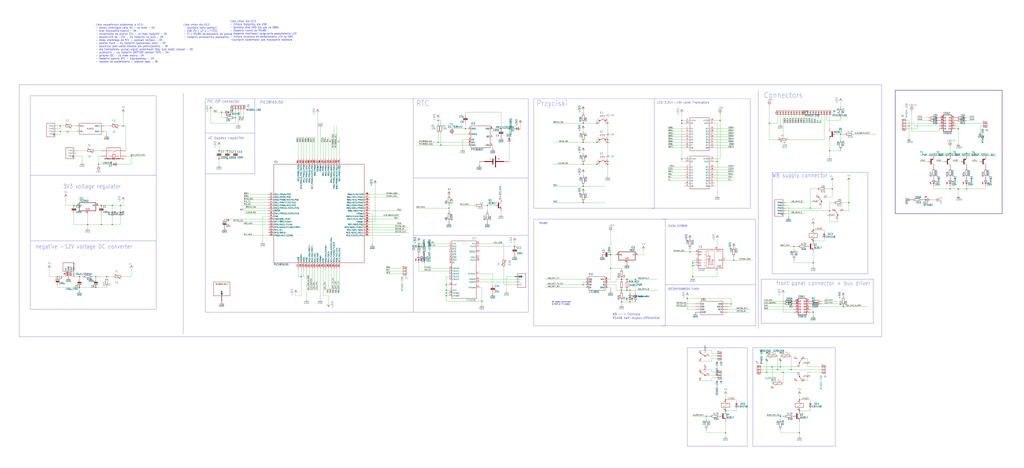
<source format=kicad_sch>
(kicad_sch (version 20230121) (generator eeschema)
  (paper "User" 949.96 434.188)
  (junction (at 541.02 264.16))
  (junction (at 889 175.26))
  (junction (at 414.02 274.32))
  (junction (at 632.46 111.76))
  (junction (at 881.38 175.26))
  (junction (at 93.98 208.28))
  (junction (at 655.32 386.08))
  (junction (at 91.44 152.4))
  (junction (at 447.04 279.4))
  (junction (at 589.534 259.08))
  (junction (at 754.38 289.56))
  (junction (at 642.62 256.54))
  (junction (at 637.54 276.86))
  (junction (at 673.1 401.32))
  (junction (at 896.62 175.26))
  (junction (at 431.8 119.38))
  (junction (at 563.88 129.54))
  (junction (at 210.82 147.32))
  (junction (at 477.52 228.6))
  (junction (at 754.38 243.84))
  (junction (at 769.62 139.7))
  (junction (at 553.72 114.3))
  (junction (at 584.454 269.24))
  (junction (at 111.76 190.5))
  (junction (at 754.38 223.52))
  (junction (at 665.48 149.86))
  (junction (at 734.06 342.9))
  (junction (at 896.62 142.24))
  (junction (at 581.66 269.24))
  (junction (at 88.9 256.54))
  (junction (at 723.9 386.08))
  (junction (at 726.44 345.44))
  (junction (at 279.4 256.54))
  (junction (at 741.68 370.84))
  (junction (at 464.82 119.38))
  (junction (at 541.02 187.96))
  (junction (at 563.88 152.4))
  (junction (at 416.56 193.04))
  (junction (at 472.44 119.38))
  (junction (at 406.4 111.76))
  (junction (at 210.82 139.7))
  (junction (at 576.58 280.162))
  (junction (at 55.88 121.92))
  (junction (at 566.42 236.22))
  (junction (at 553.72 132.08))
  (junction (at 53.34 256.54))
  (junction (at 88.9 266.7))
  (junction (at 741.68 401.32))
  (junction (at 81.28 208.28))
  (junction (at 632.46 147.32))
  (junction (at 414.02 271.78))
  (junction (at 584.454 280.162))
  (junction (at 104.14 190.5))
  (junction (at 563.88 132.08))
  (junction (at 541.02 172.72))
  (junction (at 581.66 259.08))
  (junction (at 779.78 124.46))
  (junction (at 563.88 114.3))
  (junction (at 782.32 284.48))
  (junction (at 711.2 345.44))
  (junction (at 889 119.38))
  (junction (at 408.94 134.62))
  (junction (at 772.16 175.26))
  (junction (at 741.68 381))
  (junction (at 640.08 233.68))
  (junction (at 452.12 190.5))
  (junction (at 203.2 147.32))
  (junction (at 388.62 226.06))
  (junction (at 541.02 132.08))
  (junction (at 751.84 193.04))
  (junction (at 68.58 190.5))
  (junction (at 205.74 104.14))
  (junction (at 73.66 266.7))
  (junction (at 673.1 370.84))
  (junction (at 787.4 187.96))
  (junction (at 566.42 248.92))
  (junction (at 414.02 269.24))
  (junction (at 642.62 243.84))
  (junction (at 678.18 281.94))
  (junction (at 218.44 109.22))
  (junction (at 736.6 228.6))
  (junction (at 680.72 241.3))
  (junction (at 414.02 264.16))
  (junction (at 713.74 114.3))
  (junction (at 203.2 139.7))
  (junction (at 55.88 116.84))
  (junction (at 121.92 144.78))
  (junction (at 114.3 116.84))
  (junction (at 576.58 269.24))
  (junction (at 769.62 195.58))
  (junction (at 576.58 259.08))
  (junction (at 104.14 208.28))
  (junction (at 843.28 116.84))
  (junction (at 553.72 152.4))
  (junction (at 668.02 111.76))
  (junction (at 73.66 256.54))
  (junction (at 721.36 342.9))
  (junction (at 723.9 340.36))
  (junction (at 632.46 114.3))
  (junction (at 406.4 132.08))
  (junction (at 541.02 114.3))
  (junction (at 754.38 213.36))
  (junction (at 99.06 256.54))
  (junction (at 716.28 340.36))
  (junction (at 563.88 149.86))
  (junction (at 673.1 381))
  (junction (at 541.02 152.4))
  (junction (at 881.38 142.24))
  (junction (at 642.62 246.38))
  (junction (at 93.98 190.5))
  (wire (pts (xy 314.96 147.32) (xy 314.96 127)))
  (wire (pts (xy 467.36 264.16) (xy 467.36 248.92)))
  (wire (pts (xy 708.66 281.94) (xy 726.44 281.94)))
  (wire (pts (xy 88.9 266.7) (xy 99.06 266.7)))
  (wire (pts (xy 635 127) (xy 619.76 127)))
  (polyline (pts (xy 144.78 88.9) (xy 144.78 162.56)))
  (wire (pts (xy 665.48 114.3) (xy 665.48 149.86)))
  (wire (pts (xy 576.58 281.94) (xy 576.58 280.162)))
  (wire (pts (xy 635 149.86) (xy 632.46 149.86)))
  (wire (pts (xy 723.9 330.2) (xy 723.9 340.36)))
  (wire (pts (xy 660.4 325.12) (xy 660.4 327.66)))
  (wire (pts (xy 563.88 132.08) (xy 563.88 149.86)))
  (wire (pts (xy 104.14 190.5) (xy 93.98 190.5)))
  (wire (pts (xy 635 119.38) (xy 619.76 119.38)))
  (wire (pts (xy 840.74 114.3) (xy 848.36 114.3)))
  (wire (pts (xy 673.1 403.86) (xy 673.1 401.32)))
  (polyline (pts (xy 383.54 218.44) (xy 383.54 165.1)))
  (wire (pts (xy 749.3 106.68) (xy 749.3 114.3)))
  (wire (pts (xy 843.28 127) (xy 843.28 116.84)))
  (wire (pts (xy 772.16 187.96) (xy 769.62 187.96)))
  (wire (pts (xy 662.94 124.46) (xy 680.72 124.46)))
  (wire (pts (xy 706.12 342.9) (xy 721.36 342.9)))
  (wire (pts (xy 116.84 139.7) (xy 116.84 116.84)))
  (wire (pts (xy 754.38 246.38) (xy 754.38 243.84)))
  (wire (pts (xy 81.28 208.28) (xy 81.28 210.82)))
  (wire (pts (xy 665.48 256.54) (xy 642.62 256.54)))
  (wire (pts (xy 218.44 114.3) (xy 218.44 109.22)))
  (wire (pts (xy 101.6 116.84) (xy 96.52 116.84)))
  (wire (pts (xy 655.32 386.08) (xy 657.86 386.08)))
  (wire (pts (xy 414.02 264.16) (xy 414.02 269.24)))
  (wire (pts (xy 660.4 350.52) (xy 665.48 350.52)))
  (wire (pts (xy 477.52 259.08) (xy 444.5 259.08)))
  (wire (pts (xy 416.56 193.04) (xy 386.08 193.04)))
  (wire (pts (xy 406.4 111.76) (xy 406.4 114.3)))
  (wire (pts (xy 345.44 198.12) (xy 342.9 198.12)))
  (polyline (pts (xy 495.3 203.2) (xy 614.68 203.2)))
  (wire (pts (xy 731.52 190.5) (xy 728.98 190.5)))
  (wire (pts (xy 909.32 149.86) (xy 901.7 149.86)))
  (wire (pts (xy 513.08 114.3) (xy 541.02 114.3)))
  (wire (pts (xy 635 160.02) (xy 619.76 160.02)))
  (wire (pts (xy 749.3 332.74) (xy 749.3 340.36)))
  (wire (pts (xy 342.9 213.36) (xy 379.095 213.36)))
  (wire (pts (xy 787.4 195.58) (xy 787.4 187.96)))
  (wire (pts (xy 563.88 152.4) (xy 563.88 162.56)))
  (wire (pts (xy 553.72 114.3) (xy 553.72 111.76)))
  (wire (pts (xy 782.32 195.58) (xy 787.4 195.58)))
  (wire (pts (xy 114.3 190.5) (xy 111.76 190.5)))
  (wire (pts (xy 741.68 401.32) (xy 741.68 391.16)))
  (wire (pts (xy 414.02 271.78) (xy 414.02 274.32)))
  (wire (pts (xy 431.8 104.14) (xy 464.82 104.14)))
  (polyline (pts (xy 701.04 203.2) (xy 701.04 264.16)))
  (wire (pts (xy 769.62 119.38) (xy 769.62 106.68)))
  (wire (pts (xy 792.48 124.46) (xy 812.8 124.46)))
  (wire (pts (xy 388.62 223.52) (xy 388.62 226.06)))
  (wire (pts (xy 294.64 147.32) (xy 294.64 104.14)))
  (wire (pts (xy 541.02 172.72) (xy 561.34 172.72)))
  (polyline (pts (xy 701.04 264.16) (xy 617.22 264.16)))
  (wire (pts (xy 111.76 195.58) (xy 111.76 190.5)))
  (wire (pts (xy 116.84 116.84) (xy 114.3 116.84)))
  (wire (pts (xy 741.68 106.68) (xy 741.68 114.3)))
  (wire (pts (xy 71.12 144.78) (xy 76.2 144.78)))
  (wire (pts (xy 683.26 370.84) (xy 683.26 373.38)))
  (wire (pts (xy 848.36 116.84) (xy 871.22 116.84)))
  (polyline (pts (xy 703.58 83.82) (xy 703.58 304.8)))
  (wire (pts (xy 662.94 121.92) (xy 680.72 121.92)))
  (wire (pts (xy 289.56 147.32) (xy 289.56 127)))
  (wire (pts (xy 754.38 213.36) (xy 764.54 213.36)))
  (wire (pts (xy 662.94 129.54) (xy 680.72 129.54)))
  (polyline (pts (xy 383.54 218.44) (xy 490.22 218.44)))
  (wire (pts (xy 109.22 152.4) (xy 121.92 152.4)))
  (wire (pts (xy 756.92 106.68) (xy 756.92 114.3)))
  (wire (pts (xy 416.56 190.5) (xy 416.56 193.04)))
  (wire (pts (xy 299.72 147.32) (xy 299.72 127)))
  (wire (pts (xy 541.02 101.6) (xy 541.02 104.14)))
  (wire (pts (xy 662.94 162.56) (xy 680.72 162.56)))
  (wire (pts (xy 434.34 124.46) (xy 419.1 124.46)))
  (wire (pts (xy 307.34 147.32) (xy 307.34 127)))
  (wire (pts (xy 759.46 106.68) (xy 759.46 114.3)))
  (wire (pts (xy 279.4 147.32) (xy 279.4 127)))
  (wire (pts (xy 751.84 175.26) (xy 751.84 193.04)))
  (wire (pts (xy 566.42 248.92) (xy 566.42 259.08)))
  (wire (pts (xy 736.6 228.6) (xy 723.9 228.6)))
  (wire (pts (xy 576.58 269.24) (xy 581.66 269.24)))
  (wire (pts (xy 655.32 398.78) (xy 655.32 401.32)))
  (polyline (pts (xy 614.68 302.26) (xy 495.3 302.26)))
  (wire (pts (xy 513.08 172.72) (xy 541.02 172.72)))
  (wire (pts (xy 721.36 342.9) (xy 734.06 342.9)))
  (wire (pts (xy 662.94 119.38) (xy 680.72 119.38)))
  (wire (pts (xy 871.22 119.38) (xy 871.22 121.92)))
  (wire (pts (xy 68.58 208.28) (xy 68.58 198.12)))
  (wire (pts (xy 751.84 370.84) (xy 751.84 373.38)))
  (wire (pts (xy 779.78 93.98) (xy 779.78 99.06)))
  (wire (pts (xy 71.12 121.92) (xy 55.88 121.92)))
  (wire (pts (xy 866.14 175.26) (xy 881.38 175.26)))
  (wire (pts (xy 640.08 233.68) (xy 624.84 233.68)))
  (polyline (pts (xy 170.18 86.36) (xy 170.18 309.88)))
  (wire (pts (xy 444.5 266.7) (xy 447.04 266.7)))
  (wire (pts (xy 208.28 104.14) (xy 205.74 104.14)))
  (wire (pts (xy 414.02 279.4) (xy 447.04 279.4)))
  (wire (pts (xy 541.02 119.38) (xy 541.02 121.92)))
  (wire (pts (xy 248.92 205.74) (xy 220.98 205.74)))
  (wire (pts (xy 777.24 205.74) (xy 777.24 203.2)))
  (wire (pts (xy 408.94 111.76) (xy 406.4 111.76)))
  (wire (pts (xy 248.92 180.34) (xy 226.06 180.34)))
  (wire (pts (xy 513.08 187.96) (xy 541.02 187.96)))
  (polyline (pts (xy 383.54 91.44) (xy 190.5 91.44)))
  (wire (pts (xy 635 165.1) (xy 619.76 165.1)))
  (wire (pts (xy 45.72 248.92) (xy 45.72 256.54)))
  (wire (pts (xy 195.58 114.3) (xy 218.44 114.3)))
  (wire (pts (xy 866.14 144.78) (xy 866.14 142.24)))
  (wire (pts (xy 114.3 116.84) (xy 114.3 104.14)))
  (wire (pts (xy 848.36 114.3) (xy 848.36 116.84)))
  (wire (pts (xy 779.78 139.7) (xy 769.62 139.7)))
  (wire (pts (xy 406.4 132.08) (xy 386.08 132.08)))
  (wire (pts (xy 482.6 114.3) (xy 482.6 119.38)))
  (wire (pts (xy 281.94 147.32) (xy 281.94 127)))
  (wire (pts (xy 248.92 203.2) (xy 208.28 203.2)))
  (wire (pts (xy 635 129.54) (xy 619.76 129.54)))
  (polyline (pts (xy 490.22 165.1) (xy 490.22 91.44)))
  (wire (pts (xy 347.98 170.18) (xy 347.98 205.74)))
  (wire (pts (xy 304.8 147.32) (xy 304.8 127)))
  (wire (pts (xy 447.04 279.4) (xy 447.04 281.94)))
  (wire (pts (xy 297.18 147.32) (xy 297.18 119.38)))
  (wire (pts (xy 53.34 119.38) (xy 55.88 119.38)))
  (wire (pts (xy 787.4 187.96) (xy 787.4 167.64)))
  (wire (pts (xy 444.5 226.06) (xy 467.36 226.06)))
  (wire (pts (xy 741.68 370.84) (xy 751.84 370.84)))
  (polyline (pts (xy 27.94 162.56) (xy 27.94 223.52)))
  (wire (pts (xy 104.14 152.4) (xy 91.44 152.4)))
  (wire (pts (xy 345.44 226.06) (xy 345.44 198.12)))
  (wire (pts (xy 416.56 269.24) (xy 414.02 269.24)))
  (wire (pts (xy 751.84 289.56) (xy 754.38 289.56)))
  (wire (pts (xy 723.9 398.78) (xy 723.9 401.32)))
  (wire (pts (xy 645.16 281.94) (xy 627.38 281.94)))
  (wire (pts (xy 553.72 149.86) (xy 553.72 152.4)))
  (wire (pts (xy 749.3 345.44) (xy 762 345.44)))
  (wire (pts (xy 861.06 111.76) (xy 850.9 111.76)))
  (polyline (pts (xy 495.3 91.44) (xy 495.3 193.04)))
  (wire (pts (xy 541.02 187.96) (xy 561.34 187.96)))
  (wire (pts (xy 706.12 345.44) (xy 711.2 345.44)))
  (wire (pts (xy 571.5 259.08) (xy 571.5 261.62)))
  (wire (pts (xy 769.62 195.58) (xy 769.62 205.74)))
  (wire (pts (xy 662.94 137.16) (xy 680.72 137.16)))
  (wire (pts (xy 541.02 264.16) (xy 505.46 264.16)))
  (wire (pts (xy 434.34 119.38) (xy 431.8 119.38)))
  (wire (pts (xy 662.94 165.1) (xy 680.72 165.1)))
  (wire (pts (xy 248.92 218.44) (xy 226.06 218.44)))
  (wire (pts (xy 452.12 190.5) (xy 449.58 190.5)))
  (wire (pts (xy 726.44 289.56) (xy 736.6 289.56)))
  (polyline (pts (xy 698.5 414.02) (xy 698.5 322.58)))
  (polyline (pts (xy 190.5 123.444) (xy 190.5 289.56)))
  (wire (pts (xy 223.52 101.6) (xy 223.52 111.76)))
  (wire (pts (xy 76.2 144.78) (xy 76.2 149.86)))
  (wire (pts (xy 373.38 254) (xy 358.14 254)))
  (wire (pts (xy 434.34 134.62) (xy 408.94 134.62)))
  (wire (pts (xy 66.04 256.54) (xy 73.66 256.54)))
  (wire (pts (xy 294.64 248.92) (xy 294.64 269.24)))
  (wire (pts (xy 121.92 248.92) (xy 121.92 256.54)))
  (wire (pts (xy 779.78 111.76) (xy 779.78 109.22)))
  (wire (pts (xy 716.28 340.36) (xy 716.28 355.6)))
  (wire (pts (xy 637.54 287.02) (xy 637.54 276.86)))
  (wire (pts (xy 896.62 175.26) (xy 914.4 175.26)))
  (wire (pts (xy 342.9 218.44) (xy 370.84 218.44)))
  (wire (pts (xy 312.42 248.92) (xy 312.42 271.78)))
  (wire (pts (xy 566.42 259.08) (xy 563.88 259.08)))
  (wire (pts (xy 576.58 248.92) (xy 566.42 248.92)))
  (wire (pts (xy 429.26 137.16) (xy 429.26 129.54)))
  (wire (pts (xy 762 193.04) (xy 762 190.5)))
  (polyline (pts (xy 706.12 299.72) (xy 810.26 299.72)))
  (wire (pts (xy 767.08 175.26) (xy 772.16 175.26)))
  (wire (pts (xy 736.6 243.84) (xy 754.38 243.84)))
  (wire (pts (xy 541.02 139.7) (xy 541.02 142.24)))
  (wire (pts (xy 673.1 241.3) (xy 680.72 241.3)))
  (polyline (pts (xy 805.18 254) (xy 716.28 254)))
  (wire (pts (xy 553.72 132.08) (xy 553.72 129.54)))
  (wire (pts (xy 754.38 106.68) (xy 754.38 114.3)))
  (wire (pts (xy 645.16 287.02) (xy 637.54 287.02)))
  (wire (pts (xy 909.32 116.84) (xy 909.32 121.92)))
  (wire (pts (xy 642.62 246.38) (xy 642.62 243.84)))
  (polyline (pts (xy 190.5 289.56) (xy 383.54 289.56)))
  (polyline (pts (xy 810.26 259.08) (xy 706.12 259.08)))
  (wire (pts (xy 576.58 280.162) (xy 576.58 279.4)))
  (wire (pts (xy 452.12 190.5) (xy 452.12 195.58)))
  (polyline (pts (xy 144.78 162.56) (xy 27.94 162.56)))
  (wire (pts (xy 104.14 200.66) (xy 104.14 208.28)))
  (wire (pts (xy 104.14 256.54) (xy 99.06 256.54)))
  (wire (pts (xy 581.66 259.08) (xy 589.534 259.08)))
  (wire (pts (xy 342.9 203.2) (xy 370.84 203.2)))
  (wire (pts (xy 845.82 121.92) (xy 845.82 104.14)))
  (wire (pts (xy 635 124.46) (xy 619.76 124.46)))
  (wire (pts (xy 114.3 185.42) (xy 114.3 190.5)))
  (wire (pts (xy 673.1 401.32) (xy 673.1 391.16)))
  (wire (pts (xy 673.1 370.84) (xy 683.26 370.84)))
  (wire (pts (xy 889 119.38) (xy 886.46 119.38)))
  (wire (pts (xy 655.32 388.62) (xy 655.32 386.08)))
  (wire (pts (xy 591.82 236.22) (xy 596.9 236.22)))
  (wire (pts (xy 896.62 109.22) (xy 904.24 109.22)))
  (wire (pts (xy 73.66 259.08) (xy 73.66 256.54)))
  (wire (pts (xy 81.28 198.12) (xy 81.28 208.28)))
  (wire (pts (xy 571.5 264.16) (xy 571.5 269.24)))
  (wire (pts (xy 764.54 223.52) (xy 754.38 223.52)))
  (wire (pts (xy 736.6 241.3) (xy 736.6 243.84)))
  (wire (pts (xy 668.02 147.32) (xy 668.02 111.76)))
  (wire (pts (xy 650.24 335.28) (xy 660.4 335.28)))
  (wire (pts (xy 314.96 248.92) (xy 314.96 271.78)))
  (wire (pts (xy 472.44 132.08) (xy 472.44 149.86)))
  (wire (pts (xy 213.36 104.14) (xy 215.9 104.14)))
  (polyline (pts (xy 716.28 160.02) (xy 805.18 160.02)))
  (wire (pts (xy 513.08 132.08) (xy 541.02 132.08)))
  (wire (pts (xy 584.454 280.162) (xy 589.534 280.162)))
  (wire (pts (xy 279.4 274.32) (xy 279.4 256.54)))
  (wire (pts (xy 53.34 266.7) (xy 53.34 264.16)))
  (wire (pts (xy 896.62 142.24) (xy 914.4 142.24)))
  (wire (pts (xy 876.3 149.86) (xy 868.68 149.86)))
  (wire (pts (xy 843.28 111.76) (xy 840.74 111.76)))
  (wire (pts (xy 728.98 195.58) (xy 769.62 195.58)))
  (wire (pts (xy 896.62 111.76) (xy 904.24 111.76)))
  (polyline (pts (xy 817.88 312.42) (xy 817.88 78.74)) (stroke (width 0) (type solid)))
  (wire (pts (xy 769.62 139.7) (xy 769.62 129.54)))
  (wire (pts (xy 469.9 256.54) (xy 469.9 269.24)))
  (wire (pts (xy 782.32 284.48) (xy 805.18 284.48)))
  (wire (pts (xy 68.58 116.84) (xy 71.12 116.84)))
  (wire (pts (xy 342.9 195.58) (xy 373.38 195.58)))
  (wire (pts (xy 563.88 261.62) (xy 571.5 261.62)))
  (wire (pts (xy 566.42 266.7) (xy 566.42 269.24)))
  (wire (pts (xy 665.48 347.98) (xy 657.86 347.98)))
  (wire (pts (xy 416.56 228.6) (xy 396.24 228.6)))
  (wire (pts (xy 741.68 403.86) (xy 741.68 401.32)))
  (polyline (pts (xy 236.22 123.444) (xy 236.22 91.694)))
  (wire (pts (xy 309.88 248.92) (xy 309.88 271.78)))
  (wire (pts (xy 731.52 129.54) (xy 764.54 129.54)))
  (wire (pts (xy 477.52 256.54) (xy 469.9 256.54)))
  (wire (pts (xy 243.84 223.52) (xy 243.84 200.66)))
  (polyline (pts (xy 383.54 165.1) (xy 383.54 91.44)))
  (wire (pts (xy 762 281.94) (xy 777.24 281.94)))
  (wire (pts (xy 635 157.48) (xy 619.76 157.48)))
  (wire (pts (xy 576.58 259.08) (xy 581.66 259.08)))
  (wire (pts (xy 774.7 124.46) (xy 779.78 124.46)))
  (wire (pts (xy 711.2 345.44) (xy 726.44 345.44)))
  (wire (pts (xy 284.48 147.32) (xy 284.48 127)))
  (wire (pts (xy 886.46 114.3) (xy 911.86 114.3)))
  (wire (pts (xy 721.36 330.2) (xy 721.36 342.9)))
  (wire (pts (xy 721.36 129.54) (xy 713.74 129.54)))
  (wire (pts (xy 711.2 330.2) (xy 711.2 345.44)))
  (wire (pts (xy 650.24 342.9) (xy 660.4 342.9)))
  (wire (pts (xy 662.94 147.32) (xy 668.02 147.32)))
  (wire (pts (xy 477.52 261.62) (xy 444.5 261.62)))
  (wire (pts (xy 571.5 236.22) (xy 566.42 236.22)))
  (wire (pts (xy 408.94 111.76) (xy 408.94 114.3)))
  (wire (pts (xy 581.66 269.24) (xy 584.454 269.24)))
  (wire (pts (xy 104.14 195.58) (xy 104.14 190.5)))
  (wire (pts (xy 388.62 243.84) (xy 388.62 251.46)))
  (wire (pts (xy 195.58 101.6) (xy 195.58 114.3)))
  (wire (pts (xy 55.88 119.38) (xy 55.88 116.84)))
  (wire (pts (xy 754.38 287.02) (xy 754.38 289.56)))
  (wire (pts (xy 414.02 256.54) (xy 414.02 264.16)))
  (wire (pts (xy 861.06 109.22) (xy 850.9 109.22)))
  (wire (pts (xy 881.38 172.72) (xy 881.38 175.26)))
  (wire (pts (xy 650.24 353.06) (xy 660.4 353.06)))
  (wire (pts (xy 416.56 264.16) (xy 414.02 264.16)))
  (wire (pts (xy 589.534 259.08) (xy 609.6 259.08)))
  (wire (pts (xy 464.82 195.58) (xy 464.82 198.12)))
  (wire (pts (xy 566.42 236.22) (xy 566.42 248.92)))
  (polyline (pts (xy 614.68 302.26) (xy 701.04 302.26)))
  (wire (pts (xy 680.72 241.3) (xy 698.5 241.3)))
  (wire (pts (xy 279.4 256.54) (xy 276.86 256.54)))
  (polyline (pts (xy 695.96 193.04) (xy 695.96 91.44)))
  (wire (pts (xy 713.74 129.54) (xy 713.74 114.3)))
  (wire (pts (xy 749.3 353.06) (xy 749.3 345.44)))
  (wire (pts (xy 675.64 289.56) (xy 695.96 289.56)))
  (wire (pts (xy 406.4 124.46) (xy 406.4 132.08)))
  (polyline (pts (xy 810.26 299.72) (xy 810.26 259.08)))
  (wire (pts (xy 840.74 119.38) (xy 850.9 119.38)))
  (wire (pts (xy 99.06 121.92) (xy 96.52 121.92)))
  (wire (pts (xy 342.9 215.9) (xy 379.095 215.9)))
  (wire (pts (xy 675.64 284.48) (xy 678.18 284.48)))
  (wire (pts (xy 416.56 256.54) (xy 414.02 256.54)))
  (wire (pts (xy 68.58 190.5) (xy 60.96 190.5)))
  (wire (pts (xy 723.9 386.08) (xy 726.44 386.08)))
  (wire (pts (xy 408.94 124.46) (xy 408.94 134.62)))
  (wire (pts (xy 728.98 106.68) (xy 728.98 114.3)))
  (wire (pts (xy 668.02 111.76) (xy 668.02 106.68)))
  (wire (pts (xy 279.4 256.54) (xy 279.4 248.92)))
  (wire (pts (xy 566.42 215.9) (xy 566.42 236.22)))
  (wire (pts (xy 104.14 208.28) (xy 111.76 208.28)))
  (wire (pts (xy 457.2 137.16) (xy 457.2 134.62)))
  (wire (pts (xy 543.56 259.08) (xy 505.46 259.08)))
  (wire (pts (xy 477.52 228.6) (xy 477.52 223.52)))
  (wire (pts (xy 744.22 106.68) (xy 744.22 114.3)))
  (wire (pts (xy 645.16 243.84) (xy 642.62 243.84)))
  (wire (pts (xy 563.88 264.16) (xy 571.5 264.16)))
  (wire (pts (xy 459.74 190.5) (xy 452.12 190.5)))
  (wire (pts (xy 675.64 287.02) (xy 695.96 287.02)))
  (wire (pts (xy 751.84 284.48) (xy 782.32 284.48)))
  (wire (pts (xy 914.4 142.24) (xy 914.4 144.78)))
  (wire (pts (xy 431.8 104.14) (xy 431.8 106.68)))
  (wire (pts (xy 543.56 261.62) (xy 541.02 261.62)))
  (wire (pts (xy 843.28 116.84) (xy 840.74 116.84)))
  (wire (pts (xy 678.18 276.86) (xy 637.54 276.86)))
  (wire (pts (xy 274.32 274.32) (xy 279.4 274.32)))
  (wire (pts (xy 464.82 119.38) (xy 457.2 119.38)))
  (polyline (pts (xy 716.28 160.02) (xy 716.28 254)))
  (wire (pts (xy 408.94 134.62) (xy 386.08 134.62)))
  (wire (pts (xy 632.46 149.86) (xy 632.46 147.32)))
  (wire (pts (xy 881.38 144.78) (xy 881.38 142.24)))
  (wire (pts (xy 563.88 266.7) (xy 566.42 266.7)))
  (wire (pts (xy 416.56 271.78) (xy 414.02 271.78)))
  (wire (pts (xy 655.32 386.08) (xy 642.62 386.08)))
  (wire (pts (xy 891.54 149.86) (xy 883.92 149.86)))
  (wire (pts (xy 642.62 243.84) (xy 642.62 241.3)))
  (wire (pts (xy 756.92 175.26) (xy 751.84 175.26)))
  (wire (pts (xy 723.9 401.32) (xy 741.68 401.32)))
  (wire (pts (xy 281.94 256.54) (xy 281.94 248.92)))
  (wire (pts (xy 121.92 256.54) (xy 114.3 256.54)))
  (wire (pts (xy 287.02 248.92) (xy 287.02 269.24)))
  (wire (pts (xy 71.12 190.5) (xy 68.58 190.5)))
  (polyline (pts (xy 27.94 223.52) (xy 27.94 287.02)))
  (wire (pts (xy 736.6 106.68) (xy 736.6 114.3)))
  (wire (pts (xy 444.5 228.6) (xy 477.52 228.6)))
  (wire (pts (xy 896.62 144.78) (xy 896.62 142.24)))
  (wire (pts (xy 210.82 147.32) (xy 218.44 147.32)))
  (polyline (pts (xy 637.54 414.02) (xy 637.54 322.58)))
  (wire (pts (xy 93.98 144.78) (xy 91.44 144.78)))
  (wire (pts (xy 751.84 106.68) (xy 751.84 114.3)))
  (wire (pts (xy 86.36 256.54) (xy 88.9 256.54)))
  (wire (pts (xy 635 137.16) (xy 619.76 137.16)))
  (wire (pts (xy 660.4 342.9) (xy 660.4 345.44)))
  (wire (pts (xy 889 116.84) (xy 889 119.38)))
  (wire (pts (xy 741.68 370.84) (xy 741.68 365.76)))
  (wire (pts (xy 444.5 149.86) (xy 444.5 152.4)))
  (wire (pts (xy 439.42 190.5) (xy 426.72 190.5)))
  (polyline (pts (xy 805.18 160.02) (xy 805.18 254)))
  (wire (pts (xy 218.44 139.7) (xy 210.82 139.7)))
  (wire (pts (xy 71.12 139.7) (xy 78.74 139.7)))
  (wire (pts (xy 111.76 190.5) (xy 104.14 190.5)))
  (polyline (pts (xy 495.3 193.04) (xy 604.52 193.04)))
  (wire (pts (xy 543.56 264.16) (xy 541.02 264.16)))
  (wire (pts (xy 726.44 106.68) (xy 726.44 124.46)))
  (wire (pts (xy 563.88 149.86) (xy 563.88 152.4)))
  (wire (pts (xy 248.92 182.88) (xy 226.06 182.88)))
  (wire (pts (xy 563.88 111.76) (xy 563.88 114.3)))
  (wire (pts (xy 736.6 287.02) (xy 708.66 287.02)))
  (wire (pts (xy 734.06 330.2) (xy 734.06 342.9)))
  (wire (pts (xy 248.92 185.42) (xy 226.06 185.42)))
  (wire (pts (xy 662.94 114.3) (xy 665.48 114.3)))
  (wire (pts (xy 662.94 160.02) (xy 680.72 160.02)))
  (wire (pts (xy 635 114.3) (xy 632.46 114.3)))
  (wire (pts (xy 248.92 198.12) (xy 226.06 198.12)))
  (wire (pts (xy 721.36 114.3) (xy 713.74 114.3)))
  (polyline (pts (xy 17.78 312.42) (xy 817.88 312.42)) (stroke (width 0) (type solid)))
  (polyline (pts (xy 490.22 218.44) (xy 490.22 165.1)))
  (wire (pts (xy 297.18 276.86) (xy 297.18 248.92)))
  (polyline (pts (xy 617.22 264.16) (xy 617.22 302.26)))
  (polyline (pts (xy 817.88 78.74) (xy 17.78 78.74)) (stroke (width 0) (type solid)))
  (wire (pts (xy 571.5 269.24) (xy 576.58 269.24)))
  (wire (pts (xy 673.1 370.84) (xy 673.1 365.76)))
  (wire (pts (xy 53.34 116.84) (xy 55.88 116.84)))
  (wire (pts (xy 850.9 114.3) (xy 871.22 114.3)))
  (wire (pts (xy 279.4 256.54) (xy 281.94 256.54)))
  (wire (pts (xy 660.4 327.66) (xy 665.48 327.66)))
  (wire (pts (xy 276.86 256.54) (xy 276.86 248.92)))
  (wire (pts (xy 121.92 144.78) (xy 134.62 144.78)))
  (wire (pts (xy 769.62 144.78) (xy 769.62 139.7)))
  (wire (pts (xy 662.94 167.64) (xy 680.72 167.64)))
  (wire (pts (xy 866.14 185.42) (xy 863.6 185.42)))
  (wire (pts (xy 736.6 228.6) (xy 739.14 228.6)))
  (wire (pts (xy 91.44 144.78) (xy 91.44 152.4)))
  (wire (pts (xy 226.06 101.6) (xy 226.06 111.76)))
  (wire (pts (xy 662.94 154.94) (xy 680.72 154.94)))
  (wire (pts (xy 373.38 248.92) (xy 358.14 248.92)))
  (wire (pts (xy 121.92 152.4) (xy 121.92 144.78)))
  (bus (pts (xy 830.58 198.12) (xy 929.64 198.12)))
  (wire (pts (xy 749.3 340.36) (xy 762 340.36)))
  (polyline (pts (xy 190.5 91.44) (xy 190.5 123.444)))
  (wire (pts (xy 584.454 269.24) (xy 609.6 269.24)))
  (wire (pts (xy 584.454 280.162) (xy 576.58 280.162)))
  (polyline (pts (xy 17.78 78.74) (xy 17.78 312.42)) (stroke (width 0) (type solid)))
  (wire (pts (xy 342.9 180.34) (xy 370.84 180.34)))
  (polyline (pts (xy 383.54 289.56) (xy 383.54 218.44)))
  (wire (pts (xy 88.9 139.7) (xy 93.98 139.7)))
  (wire (pts (xy 541.02 152.4) (xy 553.72 152.4)))
  (wire (pts (xy 218.44 109.22) (xy 218.44 101.6)))
  (polyline (pts (xy 607.06 91.44) (xy 495.3 91.44)))
  (wire (pts (xy 635 121.92) (xy 619.76 121.92)))
  (wire (pts (xy 53.34 256.54) (xy 60.96 256.54)))
  (wire (pts (xy 896.62 172.72) (xy 896.62 175.26)))
  (wire (pts (xy 914.4 175.26) (xy 914.4 172.72)))
  (wire (pts (xy 731.52 200.66) (xy 731.52 190.5)))
  (wire (pts (xy 843.28 116.84) (xy 843.28 111.76)))
  (wire (pts (xy 287.02 147.32) (xy 287.02 127)))
  (polyline (pts (xy 144.78 287.02) (xy 144.78 223.52)))
  (wire (pts (xy 635 162.56) (xy 619.76 162.56)))
  (wire (pts (xy 431.8 119.38) (xy 419.1 119.38)))
  (polyline (pts (xy 693.42 414.02) (xy 637.54 414.02)))
  (wire (pts (xy 678.18 281.94) (xy 678.18 276.86)))
  (polyline (pts (xy 490.22 289.56) (xy 383.54 289.56)))
  (polyline (pts (xy 604.52 193.04) (xy 695.96 193.04)))
  (wire (pts (xy 434.34 132.08) (xy 406.4 132.08)))
  (wire (pts (xy 276.86 147.32) (xy 276.86 127)))
  (wire (pts (xy 53.34 124.46) (xy 55.88 124.46)))
  (wire (pts (xy 111.76 116.84) (xy 114.3 116.84)))
  (wire (pts (xy 284.48 276.86) (xy 284.48 248.92)))
  (wire (pts (xy 541.02 160.02) (xy 541.02 162.56)))
  (wire (pts (xy 543.56 266.7) (xy 505.46 266.7)))
  (wire (pts (xy 220.98 114.3) (xy 220.98 101.6)))
  (wire (pts (xy 889 175.26) (xy 896.62 175.26)))
  (wire (pts (xy 716.28 340.36) (xy 723.9 340.36)))
  (wire (pts (xy 111.76 208.28) (xy 111.76 200.66)))
  (wire (pts (xy 779.78 129.54) (xy 779.78 124.46)))
  (polyline (pts (xy 695.96 91.44) (xy 607.06 91.44)))
  (wire (pts (xy 388.62 226.06) (xy 393.7 226.06)))
  (wire (pts (xy 248.92 195.58) (xy 226.06 195.58)))
  (wire (pts (xy 243.84 200.66) (xy 248.92 200.66)))
  (wire (pts (xy 881.38 137.16) (xy 881.38 142.24)))
  (wire (pts (xy 429.26 129.54) (xy 434.34 129.54)))
  (wire (pts (xy 541.02 261.62) (xy 541.02 264.16)))
  (wire (pts (xy 683.26 381) (xy 673.1 381)))
  (wire (pts (xy 762 106.68) (xy 762 114.3)))
  (wire (pts (xy 726.44 271.78) (xy 726.44 289.56)))
  (wire (pts (xy 292.1 248.92) (xy 292.1 269.24)))
  (wire (pts (xy 635 154.94) (xy 619.76 154.94)))
  (polyline (pts (xy 27.94 287.02) (xy 144.78 287.02)))
  (wire (pts (xy 650.24 325.12) (xy 660.4 325.12)))
  (wire (pts (xy 866.14 172.72) (xy 866.14 175.26)))
  (wire (pts (xy 728.98 187.96) (xy 746.76 187.96)))
  (wire (pts (xy 767.08 182.88) (xy 772.16 182.88)))
  (wire (pts (xy 678.18 284.48) (xy 678.18 281.94)))
  (wire (pts (xy 513.08 152.4) (xy 541.02 152.4)))
  (polyline (pts (xy 190.246 161.29) (xy 236.22 161.29)))
  (wire (pts (xy 749.3 353.06) (xy 746.76 353.06)))
  (wire (pts (xy 444.5 254) (xy 457.2 254)))
  (polyline (pts (xy 617.22 302.26) (xy 614.68 302.26)))
  (wire (pts (xy 416.56 248.92) (xy 393.7 248.92)))
  (wire (pts (xy 393.7 243.84) (xy 393.7 248.92)))
  (polyline (pts (xy 607.06 193.04) (xy 607.06 91.44)))
  (polyline (pts (xy 706.12 259.08) (xy 706.12 299.72)))
  (wire (pts (xy 116.84 144.78) (xy 121.92 144.78)))
  (bus (pts (xy 929.64 83.82) (xy 830.58 83.82)))
  (polyline (pts (xy 236.22 161.29) (xy 236.22 123.444)))
  (wire (pts (xy 88.9 259.08) (xy 88.9 256.54)))
  (wire (pts (xy 754.38 289.56) (xy 754.38 292.1)))
  (wire (pts (xy 734.06 342.9) (xy 762 342.9)))
  (wire (pts (xy 723.9 386.08) (xy 711.2 386.08)))
  (wire (pts (xy 723.9 340.36) (xy 741.68 340.36)))
  (wire (pts (xy 660.4 335.28) (xy 660.4 332.74)))
  (wire (pts (xy 347.98 205.74) (xy 342.9 205.74)))
  (wire (pts (xy 431.8 114.3) (xy 431.8 119.38)))
  (wire (pts (xy 769.62 187.96) (xy 769.62 195.58)))
  (wire (pts (xy 635 134.62) (xy 619.76 134.62)))
  (wire (pts (xy 779.78 124.46) (xy 782.32 124.46)))
  (wire (pts (xy 248.92 190.5) (xy 223.52 190.5)))
  (wire (pts (xy 764.54 106.68) (xy 764.54 129.54)))
  (wire (pts (xy 312.42 147.32) (xy 312.42 116.84)))
  (wire (pts (xy 772.16 182.88) (xy 772.16 175.26)))
  (wire (pts (xy 248.92 193.04) (xy 226.06 193.04)))
  (wire (pts (xy 342.9 210.82) (xy 379.095 210.82)))
  (wire (pts (xy 203.2 134.62) (xy 203.2 139.7)))
  (wire (pts (xy 576.58 259.08) (xy 571.5 259.08)))
  (wire (pts (xy 248.92 208.28) (xy 226.06 208.28)))
  (wire (pts (xy 215.9 101.6) (xy 215.9 104.14)))
  (wire (pts (xy 53.34 266.7) (xy 73.66 266.7)))
  (wire (pts (xy 589.534 271.272) (xy 589.534 259.08)))
  (wire (pts (xy 292.1 147.32) (xy 292.1 127)))
  (wire (pts (xy 866.14 142.24) (xy 881.38 142.24)))
  (wire (pts (xy 708.66 279.4) (xy 726.44 279.4)))
  (polyline (pts (xy 701.04 302.26) (xy 701.04 264.16)))
  (wire (pts (xy 886.46 116.84) (xy 889 116.84)))
  (wire (pts (xy 772.16 175.26) (xy 772.16 167.64)))
  (wire (pts (xy 93.98 208.28) (xy 93.98 198.12)))
  (wire (pts (xy 746.76 106.68) (xy 746.76 114.3)))
  (wire (pts (xy 660.4 345.44) (xy 665.48 345.44)))
  (wire (pts (xy 472.44 119.38) (xy 472.44 127)))
  (wire (pts (xy 657.86 330.2) (xy 665.48 330.2)))
  (wire (pts (xy 60.96 182.88) (xy 60.96 190.5)))
  (wire (pts (xy 302.26 248.92) (xy 302.26 269.24)))
  (wire (pts (xy 751.84 287.02) (xy 754.38 287.02)))
  (polyline (pts (xy 774.7 322.58) (xy 774.7 414.02)))
  (wire (pts (xy 645.16 284.48) (xy 627.38 284.48)))
  (wire (pts (xy 93.98 190.5) (xy 91.44 190.5)))
  (wire (pts (xy 662.94 132.08) (xy 680.72 132.08)))
  (wire (pts (xy 73.66 266.7) (xy 73.66 269.24)))
  (wire (pts (xy 680.72 238.76) (xy 680.72 241.3)))
  (wire (pts (xy 662.94 111.76) (xy 668.02 111.76)))
  (bus (pts (xy 830.58 83.82) (xy 830.58 198.12)))
  (wire (pts (xy 754.38 243.84) (xy 754.38 233.68)))
  (polyline (pts (xy 495.3 302.26) (xy 495.3 203.2)))
  (wire (pts (xy 723.9 388.62) (xy 723.9 386.08)))
  (wire (pts (xy 642.62 256.54) (xy 642.62 246.38)))
  (wire (pts (xy 58.42 116.84) (xy 55.88 116.84)))
  (polyline (pts (xy 637.54 322.58) (xy 693.42 322.58)))
  (wire (pts (xy 721.36 106.68) (xy 721.36 114.3)))
  (wire (pts (xy 635 167.64) (xy 619.76 167.64)))
  (wire (pts (xy 881.38 142.24) (xy 896.62 142.24)))
  (wire (pts (xy 416.56 226.06) (xy 396.24 226.06)))
  (wire (pts (xy 662.94 127) (xy 680.72 127)))
  (wire (pts (xy 584.454 271.272) (xy 584.454 269.24)))
  (wire (pts (xy 734.06 106.68) (xy 734.06 114.3)))
  (wire (pts (xy 764.54 220.98) (xy 764.54 223.52)))
  (wire (pts (xy 342.9 208.28) (xy 373.38 208.28)))
  (wire (pts (xy 723.9 106.68) (xy 723.9 114.3)))
  (wire (pts (xy 373.38 251.46) (xy 358.14 251.46)))
  (wire (pts (xy 73.66 266.7) (xy 88.9 266.7)))
  (polyline (pts (xy 617.22 203.2) (xy 617.22 264.16)))
  (wire (pts (xy 660.4 332.74) (xy 665.48 332.74)))
  (wire (pts (xy 416.56 251.46) (xy 388.62 251.46)))
  (wire (pts (xy 477.52 119.38) (xy 472.44 119.38)))
  (wire (pts (xy 563.88 129.54) (xy 563.88 132.08)))
  (wire (pts (xy 767.08 106.68) (xy 767.08 111.76)))
  (wire (pts (xy 596.9 236.22) (xy 596.9 231.14)))
  (wire (pts (xy 726.44 345.44) (xy 741.68 345.44)))
  (wire (pts (xy 302.26 147.32) (xy 302.26 127)))
  (wire (pts (xy 731.52 106.68) (xy 731.52 114.3)))
  (wire (pts (xy 635 132.08) (xy 619.76 132.08)))
  (polyline (pts (xy 774.7 414.02) (xy 698.5 414.02)))
  (polyline (pts (xy 698.5 322.58) (xy 774.7 322.58)))
  (wire (pts (xy 728.98 193.04) (xy 751.84 193.04)))
  (wire (pts (xy 464.82 119.38) (xy 472.44 119.38)))
  (wire (pts (xy 665.48 149.86) (xy 665.48 180.34)))
  (polyline (pts (xy 27.94 162.56) (xy 27.94 88.9)))
  (wire (pts (xy 675.64 281.94) (xy 678.18 281.94)))
  (wire (pts (xy 889 180.34) (xy 889 175.26)))
  (wire (pts (xy 751.84 378.46) (xy 751.84 381)))
  (wire (pts (xy 248.92 187.96) (xy 223.52 187.96)))
  (wire (pts (xy 304.8 248.92) (xy 304.8 271.78)))
  (wire (pts (xy 104.14 208.28) (xy 93.98 208.28)))
  (wire (pts (xy 414.02 269.24) (xy 414.02 271.78)))
  (wire (pts (xy 660.4 353.06) (xy 660.4 350.52)))
  (wire (pts (xy 889 132.08) (xy 889 119.38)))
  (wire (pts (xy 706.12 340.36) (xy 716.28 340.36)))
  (wire (pts (xy 205.74 109.22) (xy 205.74 104.14)))
  (wire (pts (xy 205.74 104.14) (xy 198.12 104.14)))
  (wire (pts (xy 464.82 185.42) (xy 464.82 170.18)))
  (wire (pts (xy 637.54 276.86) (xy 637.54 274.32)))
  (wire (pts (xy 642.62 241.3) (xy 645.16 241.3)))
  (wire (pts (xy 767.08 111.76) (xy 779.78 111.76)))
  (wire (pts (xy 861.06 149.86) (xy 853.44 149.86)))
  (wire (pts (xy 467.36 226.06) (xy 467.36 238.76)))
  (wire (pts (xy 749.3 332.74) (xy 746.76 332.74)))
  (wire (pts (xy 464.82 104.14) (xy 464.82 119.38)))
  (wire (pts (xy 416.56 193.04) (xy 416.56 195.58)))
  (polyline (pts (xy 604.52 193.04) (xy 607.06 193.04)))
  (wire (pts (xy 762 279.4) (xy 777.24 279.4)))
  (wire (pts (xy 911.86 116.84) (xy 909.32 116.84)))
  (wire (pts (xy 726.44 355.6) (xy 726.44 345.44)))
  (wire (pts (xy 414.02 274.32) (xy 416.56 274.32)))
  (wire (pts (xy 289.56 248.92) (xy 289.56 269.24)))
  (wire (pts (xy 683.26 378.46) (xy 683.26 381)))
  (wire (pts (xy 299.72 274.32) (xy 299.72 248.92)))
  (wire (pts (xy 662.94 149.86) (xy 665.48 149.86)))
  (wire (pts (xy 274.32 271.78) (xy 274.32 274.32)))
  (wire (pts (xy 55.88 124.46) (xy 55.88 121.92)))
  (bus (pts (xy 929.64 198.12) (xy 929.64 83.82)))
  (wire (pts (xy 563.88 114.3) (xy 563.88 129.54)))
  (polyline (pts (xy 490.22 218.44) (xy 490.22 289.56)))
  (wire (pts (xy 447.04 266.7) (xy 447.04 279.4)))
  (wire (pts (xy 665.48 220.98) (xy 665.48 228.6)))
  (wire (pts (xy 304.8 274.32) (xy 299.72 274.32)))
  (wire (pts (xy 304.8 281.94) (xy 304.8 274.32)))
  (wire (pts (xy 414.02 274.32) (xy 414.02 279.4)))
  (wire (pts (xy 632.46 111.76) (xy 632.46 104.14)))
  (polyline (pts (xy 693.42 322.58) (xy 693.42 414.02)))
  (polyline (pts (xy 27.94 223.52) (xy 144.78 223.52)))
  (wire (pts (xy 871.22 121.92) (xy 845.82 121.92)))
  (wire (pts (xy 632.46 114.3) (xy 632.46 147.32)))
  (polyline (pts (xy 614.68 203.2) (xy 617.22 203.2)))
  (wire (pts (xy 850.9 119.38) (xy 850.9 114.3)))
  (wire (pts (xy 55.88 121.92) (xy 53.34 121.92)))
  (wire (pts (xy 640.08 231.14) (xy 640.08 233.68)))
  (polyline (pts (xy 190.5 123.444) (xy 236.22 123.444)))
  (wire (pts (xy 736.6 284.48) (xy 708.66 284.48)))
  (wire (pts (xy 45.72 256.54) (xy 53.34 256.54)))
  (wire (pts (xy 728.98 198.12) (xy 746.76 198.12)))
  (wire (pts (xy 736.6 231.14) (xy 736.6 228.6)))
  (wire (pts (xy 754.38 213.36) (xy 754.38 208.28)))
  (wire (pts (xy 541.02 114.3) (xy 553.72 114.3)))
  (wire (pts (xy 307.34 248.92) (xy 307.34 271.78)))
  (wire (pts (xy 645.16 233.68) (xy 640.08 233.68)))
  (wire (pts (xy 769.62 205.74) (xy 777.24 205.74)))
  (polyline (pts (xy 144.78 223.52) (xy 144.78 162.56)))
  (wire (pts (xy 632.46 111.76) (xy 635 111.76)))
  (wire (pts (xy 68.58 208.28) (xy 81.28 208.28)))
  (wire (pts (xy 88.9 256.54) (xy 99.06 256.54)))
  (wire (pts (xy 632.46 114.3) (xy 632.46 111.76)))
  (wire (pts (xy 713.74 114.3) (xy 713.74 99.06)))
  (wire (pts (xy 751.84 193.04) (xy 762 193.04)))
  (wire (pts (xy 477.52 264.16) (xy 467.36 264.16)))
  (wire (pts (xy 457.2 254) (xy 457.2 264.16)))
  (wire (pts (xy 342.9 182.88) (xy 370.84 182.88)))
  (polyline (pts (xy 383.54 165.1) (xy 490.22 165.1)))
  (wire (pts (xy 751.84 381) (xy 741.68 381)))
  (polyline (pts (xy 614.68 203.2) (xy 701.04 203.2)))
  (wire (pts (xy 662.94 134.62) (xy 680.72 134.62)))
  (wire (pts (xy 203.2 152.4) (xy 203.2 147.32)))
  (wire (pts (xy 632.46 147.32) (xy 635 147.32)))
  (wire (pts (xy 764.54 213.36) (xy 764.54 215.9)))
  (wire (pts (xy 73.66 256.54) (xy 76.2 256.54)))
  (polyline (pts (xy 383.54 91.44) (xy 490.22 91.44)))
  (wire (pts (xy 645.16 246.38) (xy 642.62 246.38)))
  (wire (pts (xy 210.82 139.7) (xy 203.2 139.7)))
  (wire (pts (xy 309.88 147.32) (xy 309.88 116.84)))
  (wire (pts (xy 881.38 175.26) (xy 889 175.26)))
  (wire (pts (xy 203.2 147.32) (xy 210.82 147.32)))
  (wire (pts (xy 662.94 157.48) (xy 680.72 157.48)))
  (wire (pts (xy 782.32 187.96) (xy 787.4 187.96)))
  (wire (pts (xy 99.06 124.46) (xy 99.06 121.92)))
  (wire (pts (xy 406.4 109.22) (xy 406.4 111.76)))
  (wire (pts (xy 342.9 200.66) (xy 370.84 200.66)))
  (wire (pts (xy 208.28 109.22) (xy 205.74 109.22)))
  (wire (pts (xy 665.48 251.46) (xy 665.48 256.54)))
  (wire (pts (xy 541.02 132.08) (xy 553.72 132.08)))
  (polyline (pts (xy 27.94 88.9) (xy 144.78 88.9)))
  (wire (pts (xy 655.32 401.32) (xy 673.1 401.32)))
  (wire (pts (xy 739.14 106.68) (xy 739.14 114.3)))
  (wire (pts (xy 81.28 208.28) (xy 93.98 208.28)))
  (text "Lista zmian dla V2.3\n- Zmiana footprintu dla USB\n- Wymiana diod SMD dla usb na 0805\n- Dodatnie transil do RS485\n- Dodatnie możliwości wyłączania podswietlenia LCD\n- Zmiana rezystora do podświetlania LCD na SMD\n-Usunięcie soldermaski pod mocowanie radiatora" (at 213.36 38.1 0) (effects (font (size 1.778 1.5113)) (justify left bottom)))
  (text "24C64 EEPROM" (at 619.76 210.82 0) (effects (font (size 1.778 1.5113)) (justify left bottom)))
  (text "uC bypass capacitor" (at 193.04 129.54 0) (effects (font (size 2.54 2.159)) (justify left bottom)))
  (text "Connectors" (at 708.66 91.44 0) (effects (font (size 5.08 4.318)) (justify left bottom)))
  (text "Lista zmian dla V2.2\n- Usunięcie karty pamięci\n- USB nie z uP a z FT232\n- TX z RS485 bezpośrednio do procka\n- Footprint przetwornicy poprawiony" (at 170.18 35.56 0) (effects (font (size 1.778 1.5113)) (justify left bottom)))
  (text "front panel connector + bus driver" (at 720.09 265.176 0) (effects (font (size 3.81 3.2385)) (justify left bottom)))
  (text "SST25VF016BSOIC FLASH" (at 619.76 269.24 0) (effects (font (size 1.778 1.5113)) (justify left bottom)))
  (text "Przyciski" (at 497.84 99.06 0) (effects (font (size 5.08 4.318)) (justify left bottom)))
  (text "RS485" (at 500.38 208.28 0) (effects (font (size 1.778 1.5113)) (justify left bottom)))
  (text "RTC" (at 386.08 99.06 0) (effects (font (size 5.08 4.318)) (justify left bottom)))
  (text "PIC18F65J50" (at 241.3 96.52 0) (effects (font (size 2.54 2.159)) (justify left bottom)))
  (text "RX enable connected\nto GND or TX enable" (at 511.81 282.956 0) (effects (font (size 1.27 1.0795)) (justify left bottom)))
  (text "Lista zauważonych problemów w V2.1:\n- otwory centrujące karty SD - za małe - OK\n- brak mocowania kwarca - OK\n- kondensator do procka 22u - za mały footprint - OK\n- bezpiecznik do -15V - zły footprint za duży - OK\n- diody shottkiego do RTC - zamówić mnijsze - OK\n- pamieć flash - zły footprint (poszerzany soic) - OK\n- poszerzyć pole wokół otworów dla potencjometru - OK\n- dla translatorów usunąć więcej soldermaski żeby było lepiej lutować - OK\n- przekaźnik - zły footprint (BOTTOM zamiast TOP) - OK\n- gniazdo IDC - za małe otwory- OK\n- footprint bateria RTC - nieprawidłowy - OK\n- rezystor do podśeidlenia - większe pady - OK" (at 88.9 58.42 0) (effects (font (size 1.778 1.5113)) (justify left bottom)))
  (text "LCD 3,3V<->5V Level Translators" (at 609.6 96.52 0) (effects (font (size 2.1844 1.8567)) (justify left bottom)))
  (text "PIC ISP connector" (at 192.278 95.758 0) (effects (font (size 2.54 2.159)) (justify left bottom)))
  (text "WB <-> Centrala\nRS458 half-duplex differential" (at 568.198 296.418 0) (effects (font (size 2.1844 1.8567)) (justify left bottom)))
  (text "3V3 voltage regulator" (at 58.42 175.26 0) (effects (font (size 3.81 3.2385)) (justify left bottom)))
  (text "WB supply connector" (at 716.28 165.1 0) (effects (font (size 3.81 3.2385)) (justify left bottom)))
  (text "negative -12V voltage DC converter" (at 33.02 231.14 0) (effects (font (size 3.81 3.2385)) (justify left bottom)))
  (label "SW1" (at 513.08 172.72 0) (effects (font (size 1.2446 1.2446))))
  (label "PIC_RX" (at 226.06 190.5 0) (effects (font (size 1.2446 1.2446))))
  (label "DB5H" (at 741.68 114.3 90) (effects (font (size 1.2446 1.2446))))
  (label "RLY_COIL_AKU" (at 464.82 185.42 90) (effects (font (size 1.2446 1.2446))))
  (label "SOFT_RLY" (at 723.9 228.6 0) (effects (font (size 1.2446 1.2446))))
  (label "PCF8583_SCL" (at 388.62 132.08 0) (effects (font (size 1.2446 1.2446))))
  (label "PCF8583_SDA" (at 388.62 134.62 0) (effects (font (size 1.2446 1.2446))))
  (label "DB4L" (at 619.76 129.54 0) (effects (font (size 1.2446 1.2446))))
  (label "ALARM_RLY" (at 642.62 386.08 0) (effects (font (size 1.2446 1.2446))))
  (label "EL" (at 314.96 132.08 90) (effects (font (size 1.2446 1.2446))))
  (label "DB7L" (at 619.76 137.16 0) (effects (font (size 1.2446 1.2446))))
  (label "LED3" (at 883.92 149.86 0) (effects (font (size 1.2446 1.2446))))
  (label "DB7L" (at 289.56 132.08 90) (effects (font (size 1.2446 1.2446))))
  (label "DB2H" (at 734.06 114.3 90) (effects (font (size 1.2446 1.2446))))
  (label "WB_DIFF_TX_EN" (at 309.88 271.78 90) (effects (font (size 1.2446 1.2446))))
  (label "RWL" (at 619.76 162.56 0) (effects (font (size 1.2446 1.2446))))
  (label "RSTL" (at 619.76 160.02 0) (effects (font (size 1.2446 1.2446))))
  (label "WB_DATA_A" (at 591.82 259.08 0) (effects (font (size 1.2446 1.2446))))
  (label "RXLED" (at 393.7 251.46 0) (effects (font (size 1.2446 1.2446))))
  (label "BREAK_SW" (at 513.08 114.3 0) (effects (font (size 1.2446 1.2446))))
  (label "CLEAR_SW" (at 527.05 152.4 180) (effects (font (size 1.2446 1.2446))))
  (label "RST" (at 198.12 104.14 0) (effects (font (size 1.2446 1.2446))))
  (label "DB3H" (at 675.64 127 0) (effects (font (size 1.2446 1.2446))))
  (label "DB1H" (at 675.64 121.92 0) (effects (font (size 1.2446 1.2446))))
  (label "24C64_SDA" (at 358.14 180.34 0) (effects (font (size 1.2446 1.2446))))
  (label "RWH" (at 675.64 162.56 0) (effects (font (size 1.2446 1.2446))))
  (label "+5V_USB" (at 457.2 226.06 0) (effects (font (size 1.2446 1.2446))))
  (label "DB5L" (at 284.48 132.08 90) (effects (font (size 1.2446 1.2446))))
  (label "CS1H" (at 675.64 154.94 0) (effects (font (size 1.2446 1.2446))))
  (label "LED1" (at 850.9 109.22 0) (effects (font (size 1.2446 1.2446))))
  (label "WB_DIFF_TX" (at 314.96 271.78 90) (effects (font (size 1.2446 1.2446))))
  (label "DB7H" (at 675.64 137.16 0) (effects (font (size 1.2446 1.2446))))
  (label "SW1" (at 708.66 284.48 0) (effects (font (size 1.2446 1.2446))))
  (label "DB4H" (at 675.64 129.54 0) (effects (font (size 1.2446 1.2446))))
  (label "LCD_BACKLIGHT" (at 355.6 200.66 0) (effects (font (size 1.2446 1.2446))))
  (label "SST25_DI" (at 683.26 289.56 0) (effects (font (size 1.2446 1.2446))))
  (label "SST25_CS" (at 627.38 281.94 0) (effects (font (size 1.2446 1.2446))))
  (label "EH" (at 675.64 167.64 0) (effects (font (size 1.2446 1.2446))))
  (label "PCF8583_SCL" (at 312.42 137.16 90) (effects (font (size 1.2446 1.2446))))
  (label "24C64_SDA" (at 685.8 241.3 0) (effects (font (size 1.2446 1.2446))))
  (label "LED_4KV" (at 294.64 269.24 90) (effects (font (size 1.2446 1.2446))))
  (label "EL" (at 619.76 167.64 0) (effects (font (size 1.2446 1.2446))))
  (label "SW2" (at 307.34 271.78 90) (effects (font (size 1.2446 1.2446))))
  (label "LED2" (at 853.44 149.86 0) (effects (font (size 1.2446 1.2446))))
  (label "ADC_AKU" (at 386.08 193.04 0) (effects (font (size 1.2446 1.2446))))
  (label "PIC_TX" (at 397.51 228.6 0) (effects (font (size 1.2446 1.2446))))
  (label "SST25_DO" (at 627.38 284.48 0) (effects (font (size 1.2446 1.2446))))
  (label "SST25_CS" (at 225.425 205.74 180) (effects (font (size 1.2446 1.2446))))
  (label "RLY_AKU" (at 226.06 218.44 0) (effects (font (size 1.2446 1.2446))))
  (label "DB6H" (at 744.22 114.3 90) (effects (font (size 1.2446 1.2446))))
  (label "PGC" (at 226.06 111.76 90) (effects (font (size 1.2446 1.2446))))
  (label "DIL" (at 619.76 165.1 0) (effects (font (size 1.2446 1.2446))))
  (label "CS2L" (at 299.72 132.08 90) (effects (font (size 1.2446 1.2446))))
  (label "RSTH" (at 675.64 160.02 0) (effects (font (size 1.2446 1.2446))))
  (label "BREAK_SW" (at 237.49 193.04 180) (effects (font (size 1.2446 1.2446))))
  (label "RSTH" (at 754.38 114.3 90) (effects (font (size 1.2446 1.2446))))
  (label "MAIN_SPL_RLY" (at 711.2 386.08 0) (effects (font (size 1.2446 1.2446))))
  (label "WB_DIFF_TX" (at 508 259.08 0) (effects (font (size 1.2446 1.2446))))
  (label "EH" (at 762 114.3 90) (effects (font (size 1.2446 1.2446))))
  (label "RLY_AKU" (at 426.72 190.5 0) (effects (font (size 1.2446 1.2446))))
  (label "WB_DATA_B" (at 591.82 269.24 0) (effects (font (size 1.2446 1.2446))))
  (label "DB4H" (at 739.14 114.3 90) (effects (font (size 1.2446 1.2446))))
  (label "LED1" (at 868.68 149.86 0) (effects (font (size 1.2446 1.2446))))
  (label "WB_DIFF_TX_EN" (at 508 264.16 0) (effects (font (size 1.2446 1.2446))))
  (label "DB0L" (at 619.76 119.38 0) (effects (font (size 1.2446 1.2446))))
  (label "PIC_TX" (at 226.06 187.96 0) (effects (font (size 1.2446 1.2446))))
  (label "WB_DIFF_RX" (at 312.42 271.78 90) (effects (font (size 1.2446 1.2446))))
  (label "SST25_DI" (at 366.395 213.36 0) (effects (font (size 1.2446 1.2446))))
  (label "DIH" (at 675.64 165.1 0) (effects (font (size 1.2446 1.2446))))
  (label "LED4" (at 901.7 149.86 0) (effects (font (size 1.2446 1.2446))))
  (label "DB6L" (at 619.76 134.62 0) (effects (font (size 1.2446 1.2446))))
  (label "24C64_SCL" (at 358.14 182.88 0) (effects (font (size 1.2446 1.2446))))
  (label "PCF8583_SDA" (at 309.88 137.16 90) (effects (font (size 1.2446 1.2446))))
  (label "LED_3KV" (at 708.66 279.4 0) (effects (font (size 1.2446 1.2446))))
  (label "SST25_CLK" (at 366.395 215.9 0) (effects (font (size 1.2446 1.2446))))
  (label "LED2" (at 850.9 111.76 0) (effects (font (size 1.2446 1.2446))))
  (label "CS1H" (at 749.3 114.3 90) (effects (font (size 1.2446 1.2446))))
  (label "DB0H" (at 728.98 114.3 90) (effects (font (size 1.2446 1.2446))))
  (label "DB2H" (at 675.64 124.46 0) (effects (font (size 1.2446 1.2446))))
  (label "CS1L" (at 292.1 132.08 90) (effects (font (size 1.2446 1.2446))))
  (label "DB2L" (at 276.86 132.08 90) (effects (font (size 1.2446 1.2446))))
  (label "DB1L" (at 226.06 180.34 0) (effects (font (size 1.2446 1.2446))))
  (label "RWL" (at 304.8 132.08 90) (effects (font (size 1.2446 1.2446))))
  (label "RC5" (at 358.14 254 0) (effects (font (size 1.2446 1.2446))))
  (label "SW1" (at 304.8 271.78 90) (effects (font (size 1.2446 1.2446))))
  (label "SST25_CLK" (at 683.26 287.02 0) (effects (font (size 1.2446 1.2446))))
  (label "CS2L" (at 619.76 157.48 0) (effects (font (size 1.2446 1.2446))))
  (label "RLY_COIL_AKU" (at 134.62 144.78 180) (effects (font (size 1.2446 1.2446))))
  (label "CLEAR_SW" (at 237.49 198.12 180) (effects (font (size 1.2446 1.2446))))
  (label "SW2" (at 513.08 187.96 0) (effects (font (size 1.2446 1.2446))))
  (label "RA6" (at 358.14 248.92 0) (effects (font (size 1.2446 1.2446))))
  (label "SW2" (at 708.66 287.02 0) (effects (font (size 1.2446 1.2446))))
  (label "SW_KAS_ALARM" (at 287.02 269.24 90) (effects (font (size 1.2446 1.2446))))
  (label "LCD_BACKLIGHT" (at 792.48 124.46 0) (effects (font (size 1.2446 1.2446))))
  (label "LED4" (at 899.16 109.22 0) (effects (font (size 1.2446 1.2446))))
  (label "DB5L" (at 619.76 132.08 0) (effects (font (size 1.2446 1.2446))))
  (label "WB_DATA_A" (at 734.06 198.12 0) (effects (font (size 1.2446 1.2446))))
  (label "SW_KAS_ALARM" (at 784.86 284.48 0) (effects (font (size 1.2446 1.2446))))
  (label "DB1L" (at 619.76 121.92 0) (effects (font (size 1.2446 1.2446))))
  (label "DIH" (at 759.46 114.3 90) (effects (font (size 1.2446 1.2446))))
  (label "ADC_AKU" (at 226.06 208.28 0) (effects (font (size 1.2446 1.2446))))
  (label "DB1H" (at 731.52 114.3 90) (effects (font (size 1.2446 1.2446))))
  (label "DB6L" (at 287.02 132.08 90) (effects (font (size 1.2446 1.2446))))
  (label "RST" (at 226.06 195.58 180) (effects (font (size 1.2446 1.2446))))
  (label "TXLED" (at 393.7 248.92 0) (effects (font (size 1.2446 1.2446))))
  (label "24C64_SCL" (at 624.84 233.68 0) (effects (font (size 1.2446 1.2446))))
  (label "PGD" (at 368.3 208.28 0) (effects (font (size 1.2446 1.2446))))
  (label "RSTL" (at 302.26 132.08 90) (effects (font (size 1.2446 1.2446))))
  (label "DB2L" (at 619.76 124.46 0) (effects (font (size 1.2446 1.2446))))
  (label "READ_SW" (at 527.05 132.08 180) (effects (font (size 1.2446 1.2446))))
  (label "RA7" (at 365.76 203.2 0) (effects (font (size 1.2446 1.2446))))
  (label "DB5H" (at 675.64 132.08 0) (effects (font (size 1.2446 1.2446))))
  (label "DB0H" (at 675.64 119.38 0) (effects (font (size 1.2446 1.2446))))
  (label "DB3L" (at 279.4 132.08 90) (effects (font (size 1.2446 1.2446))))
  (label "PGC" (at 368.3 195.58 0) (effects (font (size 1.2446 1.2446))))
  (label "LED_4KV" (at 764.54 279.4 0) (effects (font (size 1.2446 1.2446))))
  (label "LED3" (at 899.16 111.76 0) (effects (font (size 1.2446 1.2446))))
  (label "WB_DIFF_RX" (at 508 266.7 0) (effects (font (size 1.2446 1.2446))))
  (label "RA7" (at 358.14 251.46 0) (effects (font (size 1.2446 1.2446))))
  (label "DB0L" (at 226.06 182.88 0) (effects (font (size 1.2446 1.2446))))
  (label "DIL" (at 307.34 132.08 90) (effects (font (size 1.2446 1.2446))))
  (label "LED_7KV" (at 764.54 281.94 0) (effects (font (size 1.2446 1.2446))))
  (label "PIC_RX" (at 396.24 226.06 0) (effects (font (size 1.2446 1.2446))))
  (label "CS2H" (at 675.64 157.48 0) (effects (font (size 1.2446 1.2446))))
  (label "DB7H" (at 746.76 114.3 90) (effects (font (size 1.2446 1.2446))))
  (label "DB4L" (at 281.94 132.08 90) (effects (font (size 1.2446 1.2446))))
  (label "SST25_DO" (at 366.395 210.82 0) (effects (font (size 1.2446 1.2446))))
  (label "READ_SW" (at 226.06 185.42 0) (effects (font (size 1.2446 1.2446))))
  (label "CS1L" (at 621.03 154.94 0) (effects (font (size 1.2446 1.2446))))
  (label "LED_7KV" (at 302.26 269.24 90) (effects (font (size 1.2446 1.2446))))
  (label "WB_DATA_B" (at 734.06 187.96 0) (effects (font (size 1.2446 1.2446))))
  (label "LED_AWARIA" (at 708.66 281.94 0) (effects (font (size 1.2446 1.2446))))
  (label "LED_3KV" (at 292.1 269.24 90) (effects (font (size 1.2446 1.2446))))
  (label "PGD" (at 223.52 111.76 90) (effects (font (size 1.2446 1.2446))))
  (label "DB3H" (at 736.6 114.3 90) (effects (font (size 1.2446 1.2446))))
  (label "DB3L" (at 619.76 127 0) (effects (font (size 1.2446 1.2446))))
  (label "LED_AWARIA" (at 289.56 269.24 90) (effects (font (size 1.2446 1.2446))))
  (label "DB6H" (at 676.275 134.62 0) (effects (font (size 1.2446 1.2446))))
  (label "RWH" (at 756.92 114.3 90) (effects (font (size 1.2446 1.2446))))
  (label "CS2H" (at 751.84 114.3 90) (effects (font (size 1.2446 1.2446))))
  (symbol (lib_id "centralaV2.2-eagle-import:R-EU_R0805") (at 891.54 111.76 180) (unit 1)
    (property "Reference" "R43" (at 895.35 113.2586 0) (effects (font (size 1.778 1.5113)) (justify left bottom)))
    (property "Value" "10k" (at 895.35 108.458 0) (effects (font (size 1.778 1.5113)) (justify left bottom)))
    (property "Footprint" "centralaV2.2:R0805" (effects hide))
  )
  (symbol (lib_id "centralaV2.2-eagle-import:GND") (at 429.26 139.7 0) (unit 1)
    (property "Reference" "#GND24" (effects hide))
    (property "Value" "GND" (at 426.72 142.24 0) (effects (font (size 1.778 1.5113)) (justify left bottom)))
    (property "Footprint" "centralaV2.2:" (effects hide))
  )
  (symbol (lib_id "centralaV2.2-eagle-import:SFH482") (at 896.62 167.64 0) (unit 1)
    (property "Reference" "D9" (at 900.176 172.212 90) (effects (font (size 1.778 1.5113)) (justify left bottom)))
    (property "Value" "SFH482" (at 902.335 172.212 90) (effects (font (size 1.778 1.5113)) (justify left bottom)))
    (property "Footprint" "centralaV2.2:SFH482" (effects hide))
  )
  (symbol (lib_id "centralaV2.2-eagle-import:PMLL41SOD80C") (at 480.06 119.38 180) (unit 1)
    (property "Reference" "D1" (at 477.52 119.8626 0) (effects (font (size 1.778 1.5113)) (justify left bottom)))
    (property "Value" "PMLL41SOD80C" (at 477.52 117.0686 0) (effects (font (size 1.778 1.5113)) (justify left bottom)))
    (property "Footprint" "centralaV2.2:SOD80C" (effects hide))
  )
  (symbol (lib_id "centralaV2.2-eagle-import:+3V3") (at 541.02 116.84 0) (unit 1)
    (property "Reference" "#+3V11" (effects hide))
    (property "Value" "+3V3" (at 538.48 121.92 90) (effects (font (size 1.778 1.5113)) (justify left bottom)))
    (property "Footprint" "centralaV2.2:" (effects hide))
  )
  (symbol (lib_id "centralaV2.2-eagle-import:+3V3") (at 680.72 226.06 0) (unit 1)
    (property "Reference" "#+3V23" (effects hide))
    (property "Value" "+3V3" (at 678.18 231.14 90) (effects (font (size 1.778 1.5113)) (justify left bottom)))
    (property "Footprint" "centralaV2.2:" (effects hide))
  )
  (symbol (lib_id "centralaV2.2-eagle-import:R-EU_R0805") (at 891.54 109.22 180) (unit 1)
    (property "Reference" "R42" (at 895.35 110.7186 0) (effects (font (size 1.778 1.5113)) (justify left bottom)))
    (property "Value" "10k" (at 895.35 105.918 0) (effects (font (size 1.778 1.5113)) (justify left bottom)))
    (property "Footprint" "centralaV2.2:R0805" (effects hide))
  )
  (symbol (lib_id "centralaV2.2-eagle-import:MTA03-156") (at 668.02 345.44 270) (unit 1)
    (property "Reference" "J9" (at 668.02 353.06 0) (effects (font (size 1.778 1.5113)) (justify left bottom)))
    (property "Value" "MTA03-156" (at 664.21 353.06 0) (effects (font (size 1.778 1.5113)) (justify left bottom)))
    (property "Footprint" "centralaV2.2:1X3MTA" (effects hide))
  )
  (symbol (lib_id "centralaV2.2-eagle-import:G2R2") (at 762 187.96 0) (mirror y) (unit 2)
    (property "Reference" "K1" (effects hide))
    (property "Value" " FTR-F1CA012V" (effects hide))
    (property "Footprint" "centralaV2.2:G2R2" (effects hide))
  )
  (symbol (lib_id "centralaV2.2-eagle-import:+3V3") (at 477.52 220.98 0) (unit 1)
    (property "Reference" "#+3V17" (effects hide))
    (property "Value" "+3V3" (at 474.98 226.06 90) (effects (font (size 1.778 1.5113)) (justify left bottom)))
    (property "Footprint" "centralaV2.2:" (effects hide))
  )
  (symbol (lib_id "centralaV2.2-eagle-import:S20K250") (at 721.36 355.6 180) (unit 1)
    (property "Reference" "R53" (at 720.09 351.8916 0) (effects (font (size 1.778 1.5113)) (justify left bottom)))
    (property "Value" "S20K250" (at 720.09 349.885 0) (effects (font (size 1.778 1.5113)) (justify left bottom)))
    (property "Footprint" "centralaV2.2:S20K250" (effects hide))
  )
  (symbol (lib_id "centralaV2.2-eagle-import:R-EU_R0805") (at 866.14 160.02 90) (unit 1)
    (property "Reference" "R27" (at 864.6414 163.83 0) (effects (font (size 1.778 1.5113)) (justify left bottom)))
    (property "Value" "200R" (at 869.442 163.83 0) (effects (font (size 1.778 1.5113)) (justify left bottom)))
    (property "Footprint" "centralaV2.2:R0805" (effects hide))
  )
  (symbol (lib_id "centralaV2.2-eagle-import:-PNP-SOT23-BEC") (at 863.6 149.86 0) (unit 1)
    (property "Reference" "T1" (at 853.44 142.24 0) (effects (font (size 1.778 1.5113)) (justify left bottom)))
    (property "Value" "-PNP-SOT23-BEC" (at 853.44 144.78 0) (effects (font (size 1.778 1.5113)) (justify left bottom)))
    (property "Footprint" "centralaV2.2:SOT23-BEC" (effects hide))
  )
  (symbol (lib_id "centralaV2.2-eagle-import:V-") (at 772.16 165.1 180) (unit 1)
    (property "Reference" "#SUPPLY4" (effects hide))
    (property "Value" "V-" (at 773.43 162.56 0) (effects (font (size 1.778 1.5113)) (justify left bottom)))
    (property "Footprint" "centralaV2.2:" (effects hide))
  )
  (symbol (lib_id "centralaV2.2-eagle-import:+5V/1") (at 868.68 185.42 270) (unit 1)
    (property "Reference" "#SUPPLY14" (effects hide))
    (property "Value" "+5V{slash}1" (at 871.855 182.245 0) (effects (font (size 1.778 1.5113)) (justify left bottom)))
    (property "Footprint" "centralaV2.2:" (effects hide))
  )
  (symbol (lib_id "centralaV2.2-eagle-import:GND") (at 754.38 248.92 0) (unit 1)
    (property "Reference" "#GND35" (effects hide))
    (property "Value" "GND" (at 751.84 251.46 0) (effects (font (size 1.778 1.5113)) (justify left bottom)))
    (property "Footprint" "centralaV2.2:" (effects hide))
  )
  (symbol (lib_id "centralaV2.2-eagle-import:+3V3") (at 632.46 101.6 0) (unit 1)
    (property "Reference" "#+3V15" (effects hide))
    (property "Value" "+3V3" (at 629.92 106.68 90) (effects (font (size 1.778 1.5113)) (justify left bottom)))
    (property "Footprint" "centralaV2.2:" (effects hide))
  )
  (symbol (lib_id "centralaV2.2-eagle-import:S20K250") (at 728.98 330.2 180) (unit 1)
    (property "Reference" "R54" (at 727.71 326.4916 0) (effects (font (size 1.778 1.5113)) (justify left bottom)))
    (property "Value" "S20K250" (at 727.71 324.485 0) (effects (font (size 1.778 1.5113)) (justify left bottom)))
    (property "Footprint" "centralaV2.2:S20K250" (effects hide))
  )
  (symbol (lib_id "centralaV2.2-eagle-import:+3V3") (at 541.02 175.26 0) (unit 1)
    (property "Reference" "#+3V20" (effects hide))
    (property "Value" "+3V3" (at 538.48 180.34 90) (effects (font (size 1.778 1.5113)) (justify left bottom)))
    (property "Footprint" "centralaV2.2:" (effects hide))
  )
  (symbol (lib_id "centralaV2.2-eagle-import:SMAJ30CA-TR__DO214AC+MINIMELF") (at 584.454 275.717 90) (unit 1)
    (property "Reference" "TR1" (at 582.2315 278.892 0) (effects (font (size 1.27 1.0795)) (justify left bottom)))
    (property "Value" "TGL34-6.8CA " (at 598.1065 274.2565 90) (effects (font (size 1.27 1.0795)) (justify left bottom)))
    (property "Footprint" "centralaV2.2:DO214AC+MINIMELF_BIDIR" (effects hide))
  )
  (symbol (lib_id "centralaV2.2-eagle-import:GND1") (at 909.32 124.46 0) (unit 1)
    (property "Reference" "#SUPPLY19" (effects hide))
    (property "Value" "GND1" (at 907.161 127.635 0) (effects (font (size 1.778 1.5113)) (justify left bottom)))
    (property "Footprint" "centralaV2.2:" (effects hide))
  )
  (symbol (lib_id "centralaV2.2-eagle-import:S20K250") (at 716.28 330.2 180) (unit 1)
    (property "Reference" "R52" (at 715.01 326.4916 0) (effects (font (size 1.778 1.5113)) (justify left bottom)))
    (property "Value" "S20K250" (at 715.01 324.485 0) (effects (font (size 1.778 1.5113)) (justify left bottom)))
    (property "Footprint" "centralaV2.2:S20K250" (effects hide))
  )
  (symbol (lib_id "centralaV2.2-eagle-import:40-XX") (at 558.8 129.54 270) (unit 1)
    (property "Reference" "S2" (at 556.26 123.19 90) (effects (font (size 1.778 1.5113)) (justify left bottom)))
    (property "Value" "40-XX" (at 561.975 125.73 90) (effects (font (size 1.778 1.5113)) (justify left bottom)))
    (property "Footprint" "centralaV2.2:B3F_40XXA" (effects hide))
  )
  (symbol (lib_id "centralaV2.2-eagle-import:MTA04-100") (at 838.2 116.84 90) (unit 1)
    (property "Reference" "J8" (at 838.2 109.22 0) (effects (font (size 1.778 1.5113)) (justify left bottom)))
    (property "Value" "MTA04-100" (at 842.01 109.22 0) (effects (font (size 1.778 1.5113)) (justify left bottom)))
    (property "Footprint" "centralaV2.2:10X04MTA" (effects hide))
  )
  (symbol (lib_id "centralaV2.2-eagle-import:SFH482") (at 861.06 185.42 270) (unit 1)
    (property "Reference" "D11" (at 856.488 188.976 90) (effects (font (size 1.778 1.5113)) (justify left bottom)))
    (property "Value" "SFH482" (at 856.488 191.135 90) (effects (font (size 1.778 1.5113)) (justify left bottom)))
    (property "Footprint" "centralaV2.2:SFH482" (effects hide))
  )
  (symbol (lib_id "centralaV2.2-eagle-import:C-EUC0805") (at 203.2 142.24 0) (unit 1)
    (property "Reference" "C7" (at 204.724 141.859 0) (effects (font (size 1.778 1.5113)) (justify left bottom)))
    (property "Value" "100n" (at 204.724 146.939 0) (effects (font (size 1.778 1.5113)) (justify left bottom)))
    (property "Footprint" "centralaV2.2:C0805" (effects hide))
  )
  (symbol (lib_id "centralaV2.2-eagle-import:GND") (at 563.88 165.1 0) (unit 1)
    (property "Reference" "#GND5" (effects hide))
    (property "Value" "GND" (at 561.34 167.64 0) (effects (font (size 1.778 1.5113)) (justify left bottom)))
    (property "Footprint" "centralaV2.2:" (effects hide))
  )
  (symbol (lib_id "centralaV2.2-eagle-import:BC817SMD") (at 670.56 386.08 0) (unit 1)
    (property "Reference" "Q4" (at 673.354 385.572 0) (effects (font (size 1.778 1.5113)) (justify left bottom)))
    (property "Value" "BC817" (at 673.608 388.366 0) (effects (font (size 1.778 1.5113)) (justify left bottom)))
    (property "Footprint" "centralaV2.2:SOT23-BEC" (effects hide))
  )
  (symbol (lib_id "centralaV2.2-eagle-import:C-EUC0805") (at 218.44 142.24 0) (unit 1)
    (property "Reference" "C13" (at 219.964 141.859 0) (effects (font (size 1.778 1.5113)) (justify left bottom)))
    (property "Value" "100n" (at 219.964 146.939 0) (effects (font (size 1.778 1.5113)) (justify left bottom)))
    (property "Footprint" "centralaV2.2:C0805" (effects hide))
  )
  (symbol (lib_id "centralaV2.2-eagle-import:PFC8583T") (at 444.5 127 0) (unit 1)
    (property "Reference" "IC3" (at 436.88 115.57 0) (effects (font (size 1.778 1.5113)) (justify left bottom)))
    (property "Value" "PFC8583T" (at 436.88 139.7 0) (effects (font (size 1.778 1.5113)) (justify left bottom)))
    (property "Footprint" "centralaV2.2:SO8-7_5" (effects hide))
  )
  (symbol (lib_id "centralaV2.2-eagle-import:40-XX") (at 558.8 149.86 270) (unit 1)
    (property "Reference" "S3" (at 556.26 143.51 90) (effects (font (size 1.778 1.5113)) (justify left bottom)))
    (property "Value" "40-XX" (at 561.975 146.05 90) (effects (font (size 1.778 1.5113)) (justify left bottom)))
    (property "Footprint" "centralaV2.2:B3F_40XXA" (effects hide))
  )
  (symbol (lib_id "centralaV2.2-eagle-import:4PIN_R3,96") (at 43.18 119.38 90) (unit 1)
    (property "Reference" "U$8" (effects hide))
    (property "Value" "4PIN_R3,96" (effects hide))
    (property "Footprint" "centralaV2.2:4PIN_R3,96" (effects hide))
  )
  (symbol (lib_id "centralaV2.2-eagle-import:BC817SMD") (at 751.84 228.6 0) (unit 1)
    (property "Reference" "Q2" (at 754.634 228.092 0) (effects (font (size 1.778 1.5113)) (justify left bottom)))
    (property "Value" "BC817" (at 754.888 230.886 0) (effects (font (size 1.778 1.5113)) (justify left bottom)))
    (property "Footprint" "centralaV2.2:SOT23-BEC" (effects hide))
  )
  (symbol (lib_id "centralaV2.2-eagle-import:C-EUC0805") (at 561.34 236.22 90) (unit 1)
    (property "Reference" "C3" (at 560.959 234.696 0) (effects (font (size 1.778 1.5113)) (justify left bottom)))
    (property "Value" "100n" (at 566.039 234.696 0) (effects (font (size 1.778 1.5113)) (justify left bottom)))
    (property "Footprint" "centralaV2.2:C0805" (effects hide))
  )
  (symbol (lib_id "centralaV2.2-eagle-import:C-EUC0805") (at 431.8 111.76 180) (unit 1)
    (property "Reference" "C9" (at 430.276 112.141 0) (effects (font (size 1.778 1.5113)) (justify left bottom)))
    (property "Value" "22p" (at 430.276 107.061 0) (effects (font (size 1.778 1.5113)) (justify left bottom)))
    (property "Footprint" "centralaV2.2:C0805" (effects hide))
  )
  (symbol (lib_id "centralaV2.2-eagle-import:GND") (at 464.82 129.54 0) (unit 1)
    (property "Reference" "#GND15" (effects hide))
    (property "Value" "GND" (at 462.28 132.08 0) (effects (font (size 1.778 1.5113)) (justify left bottom)))
    (property "Footprint" "centralaV2.2:" (effects hide))
  )
  (symbol (lib_id "centralaV2.2-eagle-import:R-EU_R0805") (at 680.72 233.68 270) (unit 1)
    (property "Reference" "R37" (at 682.2186 229.87 0) (effects (font (size 1.778 1.5113)) (justify left bottom)))
    (property "Value" "10k" (at 677.418 229.87 0) (effects (font (size 1.778 1.5113)) (justify left bottom)))
    (property "Footprint" "centralaV2.2:R0805" (effects hide))
  )
  (symbol (lib_id "centralaV2.2-eagle-import:CON10") (at 878.84 114.3 0) (unit 1)
    (property "Reference" "CON2" (at 875.03 105.918 0) (effects (font (size 1.778 1.5113)) (justify left bottom)))
    (property "Value" "CON10" (at 875.03 124.46 0) (effects (font (size 1.778 1.5113)) (justify left bottom)))
    (property "Footprint" "centralaV2.2:CON10" (effects hide))
  )
  (symbol (lib_id "centralaV2.2-eagle-import:V+") (at 114.3 101.6 0) (unit 1)
    (property "Reference" "#SUPPLY11" (effects hide))
    (property "Value" "V+" (at 113.03 100.33 0) (effects (font (size 1.778 1.5113)) (justify left bottom)))
    (property "Footprint" "centralaV2.2:" (effects hide))
  )
  (symbol (lib_id "centralaV2.2-eagle-import:78DT") (at 581.66 236.22 0) (mirror y) (unit 1)
    (property "Reference" "IC5" (at 589.28 230.505 0) (effects (font (size 1.778 1.5113)) (justify left bottom)))
    (property "Value" "78DT" (at 589.28 233.045 0) (effects (font (size 1.778 1.5113)) (justify left bottom)))
    (property "Footprint" "centralaV2.2:TO252" (effects hide))
  )
  (symbol (lib_id "centralaV2.2-eagle-import:GND") (at 297.18 279.4 0) (unit 1)
    (property "Reference" "#GND4" (effects hide))
    (property "Value" "GND" (at 294.64 281.94 0) (effects (font (size 1.778 1.5113)) (justify left bottom)))
    (property "Footprint" "centralaV2.2:" (effects hide))
  )
  (symbol (lib_id "centralaV2.2-eagle-import:V+") (at 673.1 363.22 0) (unit 1)
    (property "Reference" "#SUPPLY24" (effects hide))
    (property "Value" "V+" (at 671.83 361.95 0) (effects (font (size 1.778 1.5113)) (justify left bottom)))
    (property "Footprint" "centralaV2.2:" (effects hide))
  )
  (symbol (lib_id "centralaV2.2-eagle-import:+5V") (at 713.74 96.52 0) (unit 1)
    (property "Reference" "#SUPPLY9" (effects hide))
    (property "Value" "+5V" (at 711.835 93.345 0) (effects (font (size 1.778 1.5113)) (justify left bottom)))
    (property "Footprint" "centralaV2.2:" (effects hide))
  )
  (symbol (lib_id "centralaV2.2-eagle-import:5PIN_R2,54") (at 718.82 193.04 90) (unit 1)
    (property "Reference" "U$10" (effects hide))
    (property "Value" "5PIN_R2,54" (effects hide))
    (property "Footprint" "centralaV2.2:5PIN_R2,54" (effects hide))
  )
  (symbol (lib_id "centralaV2.2-eagle-import:V+") (at 45.72 246.38 0) (unit 1)
    (property "Reference" "#SUPPLY5" (effects hide))
    (property "Value" "V+" (at 44.45 245.11 0) (effects (font (size 1.778 1.5113)) (justify left bottom)))
    (property "Footprint" "centralaV2.2:" (effects hide))
  )
  (symbol (lib_id "centralaV2.2-eagle-import:R-EU_R0805") (at 541.02 182.88 270) (unit 1)
    (property "Reference" "R32" (at 542.5186 179.07 0) (effects (font (size 1.778 1.5113)) (justify left bottom)))
    (property "Value" "10k" (at 537.718 179.07 0) (effects (font (size 1.778 1.5113)) (justify left bottom)))
    (property "Footprint" "centralaV2.2:R0805" (effects hide))
  )
  (symbol (lib_id "centralaV2.2-eagle-import:R-EU_R0805") (at 736.6 236.22 270) (unit 1)
    (property "Reference" "R47" (at 738.0986 232.41 0) (effects (font (size 1.778 1.5113)) (justify left bottom)))
    (property "Value" "10k" (at 733.298 232.41 0) (effects (font (size 1.778 1.5113)) (justify left bottom)))
    (property "Footprint" "centralaV2.2:R0805" (effects hide))
  )
  (symbol (lib_id "centralaV2.2-eagle-import:VARISTORCN1812") (at 109.22 256.54 0) (unit 1)
    (property "Reference" "F1" (at 106.68 252.73 0) (effects (font (size 1.778 1.5113)) (justify left bottom)))
    (property "Value" "1A" (at 106.68 262.89 0) (effects (font (size 1.778 1.5113)) (justify left bottom)))
    (property "Footprint" "centralaV2.2:CT_CN1812" (effects hide))
  )
  (symbol (lib_id "centralaV2.2-eagle-import:40-XX") (at 558.8 111.76 270) (unit 1)
    (property "Reference" "S1" (at 556.26 105.41 90) (effects (font (size 1.778 1.5113)) (justify left bottom)))
    (property "Value" "40-XX" (at 561.975 107.95 90) (effects (font (size 1.778 1.5113)) (justify left bottom)))
    (property "Footprint" "centralaV2.2:B3F_40XXA" (effects hide))
  )
  (symbol (lib_id "centralaV2.2-eagle-import:R-EU_R0805") (at 787.4 124.46 180) (unit 1)
    (property "Reference" "R16" (at 791.21 125.9586 0) (effects (font (size 1.778 1.5113)) (justify left bottom)))
    (property "Value" "4,7k" (at 791.21 121.158 0) (effects (font (size 1.778 1.5113)) (justify left bottom)))
    (property "Footprint" "centralaV2.2:R0805" (effects hide))
  )
  (symbol (lib_id "centralaV2.2-eagle-import:G2R2") (at 655.32 330.2 90) (unit 2)
    (property "Reference" "K3" (effects hide))
    (property "Value" " FTR-F1CA012V" (effects hide))
    (property "Footprint" "centralaV2.2:G2R2" (effects hide))
  )
  (symbol (lib_id "centralaV2.2-eagle-import:R-EU_R0805") (at 541.02 109.22 90) (unit 1)
    (property "Reference" "R38" (at 539.5214 113.03 0) (effects (font (size 1.778 1.5113)) (justify left bottom)))
    (property "Value" "10k" (at 544.322 113.03 0) (effects (font (size 1.778 1.5113)) (justify left bottom)))
    (property "Footprint" "centralaV2.2:R0805" (effects hide))
  )
  (symbol (lib_id "centralaV2.2-eagle-import:+3V3") (at 782.32 271.78 0) (unit 1)
    (property "Reference" "#+3V9" (effects hide))
    (property "Value" "+3V3" (at 779.78 276.86 90) (effects (font (size 1.778 1.5113)) (justify left bottom)))
    (property "Footprint" "centralaV2.2:" (effects hide))
  )
  (symbol (lib_id "centralaV2.2-eagle-import:GND") (at 457.2 274.32 0) (unit 1)
    (property "Reference" "#GND38" (effects hide))
    (property "Value" "GND" (at 454.66 276.86 0) (effects (font (size 1.778 1.5113)) (justify left bottom)))
    (property "Footprint" "centralaV2.2:" (effects hide))
  )
  (symbol (lib_id "centralaV2.2-eagle-import:MTA03-156") (at 764.54 340.36 270) (unit 1)
    (property "Reference" "J6" (at 764.54 347.98 0) (effects (font (size 1.778 1.5113)) (justify left bottom)))
    (property "Value" "MTA03-156" (at 760.73 347.98 0) (effects (font (size 1.778 1.5113)) (justify left bottom)))
    (property "Footprint" "centralaV2.2:1X3MTA" (effects hide))
  )
  (symbol (lib_id "centralaV2.2-eagle-import:R-EU_R0805") (at 99.06 261.62 90) (unit 1)
    (property "Reference" "R21" (at 97.5614 265.43 0) (effects (font (size 1.778 1.5113)) (justify left bottom)))
    (property "Value" "1k" (at 102.362 265.43 0) (effects (font (size 1.778 1.5113)) (justify left bottom)))
    (property "Footprint" "centralaV2.2:R0805" (effects hide))
  )
  (symbol (lib_id "centralaV2.2-eagle-import:+3V3") (at 347.98 167.64 0) (unit 1)
    (property "Reference" "#+3V3" (effects hide))
    (property "Value" "+3V3" (at 345.44 172.72 90) (effects (font (size 1.778 1.5113)) (justify left bottom)))
    (property "Footprint" "centralaV2.2:" (effects hide))
  )
  (symbol (lib_id "centralaV2.2-eagle-import:GND") (at 220.98 116.84 0) (unit 1)
    (property "Reference" "#GND10" (effects hide))
    (property "Value" "GND" (at 218.44 119.38 0) (effects (font (size 1.778 1.5113)) (justify left bottom)))
    (property "Footprint" "centralaV2.2:" (effects hide))
  )
  (symbol (lib_id "centralaV2.2-eagle-import:+3V3") (at 195.58 99.06 0) (unit 1)
    (property "Reference" "#+3V7" (effects hide))
    (property "Value" "+3V3" (at 193.04 104.14 90) (effects (font (size 1.778 1.5113)) (justify left bottom)))
    (property "Footprint" "centralaV2.2:" (effects hide))
  )
  (symbol (lib_id "centralaV2.2-eagle-import:TXB010X") (at 650.24 111.76 0) (unit 1)
    (property "Reference" "U$4" (effects hide))
    (property "Value" "TXB010X" (effects hide))
    (property "Footprint" "centralaV2.2:TSSOP20" (effects hide))
  )
  (symbol (lib_id "centralaV2.2-eagle-import:R-EU_R0805") (at 779.78 134.62 270) (unit 1)
    (property "Reference" "R19" (at 781.2786 130.81 0) (effects (font (size 1.778 1.5113)) (justify left bottom)))
    (property "Value" "10k" (at 776.478 130.81 0) (effects (font (size 1.778 1.5113)) (justify left bottom)))
    (property "Footprint" "centralaV2.2:R0805" (effects hide))
  )
  (symbol (lib_id "centralaV2.2-eagle-import:BC817SMD") (at 462.28 190.5 0) (unit 1)
    (property "Reference" "Q1" (at 453.136 186.69 0) (effects (font (size 1.778 1.5113)) (justify left bottom)))
    (property "Value" "BC817" (at 453.136 189.484 0) (effects (font (size 1.778 1.5113)) (justify left bottom)))
    (property "Footprint" "centralaV2.2:SOT23-BEC" (effects hide))
  )
  (symbol (lib_id "centralaV2.2-eagle-import:R-EU_R0805") (at 581.66 264.16 90) (unit 1)
    (property "Reference" "R26" (at 587.756 260.3246 90) (effects (font (size 1.778 1.5113)) (justify left bottom)))
    (property "Value" "240R" (at 595.884 263.144 90) (effects (font (size 1.778 1.5113)) (justify left bottom)))
    (property "Footprint" "centralaV2.2:R0805" (effects hide))
  )
  (symbol (lib_id "centralaV2.2-eagle-import:+3V3") (at 203.2 132.08 0) (unit 1)
    (property "Reference" "#+3V16" (effects hide))
    (property "Value" "+3V3" (at 200.66 137.16 90) (effects (font (size 1.778 1.5113)) (justify left bottom)))
    (property "Footprint" "centralaV2.2:" (effects hide))
  )
  (symbol (lib_id "centralaV2.2-eagle-import:MTA02-100") (at 914.4 114.3 270) (unit 1)
    (property "Reference" "J1" (at 914.4 119.38 0) (effects (font (size 1.778 1.5113)) (justify left bottom)))
    (property "Value" "MTA02-100" (at 910.59 119.38 0) (effects (font (size 1.778 1.5113)) (justify left bottom)))
    (property "Footprint" "centralaV2.2:10X02MTA" (effects hide))
  )
  (symbol (lib_id "centralaV2.2-eagle-import:R-EU_R0805") (at 655.32 393.7 270) (unit 1)
    (property "Reference" "R51" (at 656.8186 389.89 0) (effects (font (size 1.778 1.5113)) (justify left bottom)))
    (property "Value" "10k" (at 652.018 389.89 0) (effects (font (size 1.778 1.5113)) (justify left bottom)))
    (property "Footprint" "centralaV2.2:R0805" (effects hide))
  )
  (symbol (lib_id "centralaV2.2-eagle-import:GND") (at 477.52 238.76 0) (unit 1)
    (property "Reference" "#GND39" (effects hide))
    (property "Value" "GND" (at 474.98 241.3 0) (effects (font (size 1.778 1.5113)) (justify left bottom)))
    (property "Footprint" "centralaV2.2:" (effects hide))
  )
  (symbol (lib_id "centralaV2.2-eagle-import:GND") (at 642.62 259.08 0) (unit 1)
    (property "Reference" "#GND32" (effects hide))
    (property "Value" "GND" (at 640.08 261.62 0) (effects (font (size 1.778 1.5113)) (justify left bottom)))
    (property "Footprint" "centralaV2.2:" (effects hide))
  )
  (symbol (lib_id "centralaV2.2-eagle-import:GND") (at 416.56 208.28 0) (unit 1)
    (property "Reference" "#GND9" (effects hide))
    (property "Value" "GND" (at 414.02 210.82 0) (effects (font (size 1.778 1.5113)) (justify left bottom)))
    (property "Footprint" "centralaV2.2:" (effects hide))
  )
  (symbol (lib_id "centralaV2.2-eagle-import:+3V3") (at 541.02 157.48 0) (unit 1)
    (property "Reference" "#+3V6" (effects hide))
    (property "Value" "+3V3" (at 538.48 162.56 90) (effects (font (size 1.778 1.5113)) (justify left bottom)))
    (property "Footprint" "centralaV2.2:" (effects hide))
  )
  (symbol (lib_id "centralaV2.2-eagle-import:+5V/1") (at 845.82 101.6 0) (unit 1)
    (property "Reference" "#SUPPLY13" (effects hide))
    (property "Value" "+5V{slash}1" (at 842.645 98.425 0) (effects (font (size 1.778 1.5113)) (justify left bottom)))
    (property "Footprint" "centralaV2.2:" (effects hide))
  )
  (symbol (lib_id "centralaV2.2-eagle-import:R-EU_R0805") (at 744.22 228.6 180) (unit 1)
    (property "Reference" "R46" (at 748.03 230.0986 0) (effects (font (size 1.778 1.5113)) (justify left bottom)))
    (property "Value" "4,7k" (at 748.03 225.298 0) (effects (font (size 1.778 1.5113)) (justify left bottom)))
    (property "Footprint" "centralaV2.2:R0805" (effects hide))
  )
  (symbol (lib_id "centralaV2.2-eagle-import:G2R2") (at 741.68 347.98 0) (mirror x) (unit 3)
    (property "Reference" "K2" (effects hide))
    (property "Value" "FTR-F1CA012V" (effects hide))
    (property "Footprint" "centralaV2.2:G2R2" (effects hide))
  )
  (symbol (lib_id "centralaV2.2-eagle-import:R-EU_R0805") (at 731.52 386.08 180) (unit 1)
    (property "Reference" "R48" (at 735.33 387.5786 0) (effects (font (size 1.778 1.5113)) (justify left bottom)))
    (property "Value" "4,7k" (at 735.33 382.778 0) (effects (font (size 1.778 1.5113)) (justify left bottom)))
    (property "Footprint" "centralaV2.2:R0805" (effects hide))
  )
  (symbol (lib_id "centralaV2.2-eagle-import:GND") (at 558.8 238.76 0) (unit 1)
    (property "Reference" "#GND13" (effects hide))
    (property "Value" "GND" (at 556.26 241.3 0) (effects (font (size 1.778 1.5113)) (justify left bottom)))
    (property "Footprint" "centralaV2.2:" (effects hide))
  )
  (symbol (lib_id "centralaV2.2-eagle-import:VARISTORCN1812") (at 63.5 116.84 0) (unit 1)
    (property "Reference" "F2" (at 60.96 113.03 0) (effects (font (size 1.778 1.5113)) (justify left bottom)))
    (property "Value" "1A" (at 60.96 123.19 0) (effects (font (size 1.778 1.5113)) (justify left bottom)))
    (property "Footprint" "centralaV2.2:CT_CN1812" (effects hide))
  )
  (symbol (lib_id "centralaV2.2-eagle-import:GND") (at 243.84 226.06 0) (unit 1)
    (property "Reference" "#GND8" (effects hide))
    (property "Value" "GND" (at 241.3 228.6 0) (effects (font (size 1.778 1.5113)) (justify left bottom)))
    (property "Footprint" "centralaV2.2:" (effects hide))
  )
  (symbol (lib_id "centralaV2.2-eagle-import:PIC18F6J50") (at 297.18 198.12 0) (unit 1)
    (property "Reference" "IC4" (at 254 151.13 0) (effects (font (size 1.778 1.5113)) (justify left bottom)))
    (property "Value" "PIC18F6J50" (at 254 246.38 0) (effects (font (size 1.778 1.5113)) (justify left bottom)))
    (property "Footprint" "centralaV2.2:TQFP64-10X10" (effects hide))
  )
  (symbol (lib_id "centralaV2.2-eagle-import:GND") (at 469.9 271.78 0) (unit 1)
    (property "Reference" "#GND30" (effects hide))
    (property "Value" "GND" (at 467.36 274.32 0) (effects (font (size 1.778 1.5113)) (justify left bottom)))
    (property "Footprint" "centralaV2.2:" (effects hide))
  )
  (symbol (lib_id "centralaV2.2-eagle-import:BC817SMD") (at 772.16 124.46 0) (mirror y) (unit 1)
    (property "Reference" "Q5" (at 781.304 120.65 0) (effects (font (size 1.778 1.5113)) (justify left bottom)))
    (property "Value" "BC817" (at 781.304 123.444 0) (effects (font (size 1.778 1.5113)) (justify left bottom)))
    (property "Footprint" "centralaV2.2:SOT23-BEC" (effects hide))
  )
  (symbol (lib_id "centralaV2.2-eagle-import:-PNP-SOT23-BEC") (at 894.08 149.86 0) (unit 1)
    (property "Reference" "T3" (at 883.92 142.24 0) (effects (font (size 1.778 1.5113)) (justify left bottom)))
    (property "Value" "-PNP-SOT23-BEC" (at 883.92 144.78 0) (effects (font (size 1.778 1.5113)) (justify left bottom)))
    (property "Footprint" "centralaV2.2:SOT23-BEC" (effects hide))
  )
  (symbol (lib_id "centralaV2.2-eagle-import:+3V3") (at 114.3 182.88 0) (unit 1)
    (property "Reference" "#+3V5" (effects hide))
    (property "Value" "+3V3" (at 111.76 187.96 90) (effects (font (size 1.778 1.5113)) (justify left bottom)))
    (property "Footprint" "centralaV2.2:" (effects hide))
  )
  (symbol (lib_id "centralaV2.2-eagle-import:78TV") (at 81.28 190.5 0) (unit 1)
    (property "Reference" "IC1" (at 73.66 184.785 0) (effects (font (size 1.778 1.5113)) (justify left bottom)))
    (property "Value" "TS2940" (at 73.66 187.325 0) (effects (font (size 1.778 1.5113)) (justify left bottom)))
    (property "Footprint" "centralaV2.2:TO220V" (effects hide))
  )
  (symbol (lib_id "centralaV2.2-eagle-import:R-EU_R0805") (at 406.4 119.38 270) (unit 1)
    (property "Reference" "R5" (at 400.05 117.8814 90) (effects (font (size 1.778 1.5113)) (justify left bottom)))
    (property "Value" "10k" (at 400.05 120.142 90) (effects (font (size 1.778 1.5113)) (justify left bottom)))
    (property "Footprint" "centralaV2.2:R0805" (effects hide))
  )
  (symbol (lib_id "centralaV2.2-eagle-import:R-EU_R0805") (at 541.02 147.32 270) (unit 1)
    (property "Reference" "R6" (at 542.5186 143.51 0) (effects (font (size 1.778 1.5113)) (justify left bottom)))
    (property "Value" "10k" (at 537.718 143.51 0) (effects (font (size 1.778 1.5113)) (justify left bottom)))
    (property "Footprint" "centralaV2.2:R0805" (effects hide))
  )
  (symbol (lib_id "centralaV2.2-eagle-import:R-EU_R0805") (at 762 175.26 180) (unit 1)
    (property "Reference" "R20" (at 765.81 176.7586 0) (effects (font (size 1.778 1.5113)) (justify left bottom)))
    (property "Value" "18k" (at 765.81 171.958 0) (effects (font (size 1.778 1.5113)) (justify left bottom)))
    (property "Footprint" "centralaV2.2:R0805" (effects hide))
  )
  (symbol (lib_id "centralaV2.2-eagle-import:GND1") (at 843.28 129.54 0) (unit 1)
    (property "Reference" "#SUPPLY20" (effects hide))
    (property "Value" "GND1" (at 841.121 132.715 0) (effects (font (size 1.778 1.5113)) (justify left bottom)))
    (property "Footprint" "centralaV2.2:" (effects hide))
  )
  (symbol (lib_id "centralaV2.2-eagle-import:R-EU_R0805") (at 408.94 119.38 270) (unit 1)
    (property "Reference" "R4" (at 410.21 117.8814 90) (effects (font (size 1.778 1.5113)) (justify left bottom)))
    (property "Value" "10k" (at 410.21 120.142 90) (effects (font (size 1.778 1.5113)) (justify left bottom)))
    (property "Footprint" "centralaV2.2:R0805" (effects hide))
  )
  (symbol (lib_id "centralaV2.2-eagle-import:GND") (at 444.5 154.94 0) (unit 1)
    (property "Reference" "#GND12" (effects hide))
    (property "Value" "GND" (at 441.96 157.48 0) (effects (font (size 1.778 1.5113)) (justify left bottom)))
    (property "Footprint" "centralaV2.2:" (effects hide))
  )
  (symbol (lib_id "centralaV2.2-eagle-import:GND") (at 464.82 200.66 0) (unit 1)
    (property "Reference" "#GND20" (effects hide))
    (property "Value" "GND" (at 462.28 203.2 0) (effects (font (size 1.778 1.5113)) (justify left bottom)))
    (property "Footprint" "centralaV2.2:" (effects hide))
  )
  (symbol (lib_id "centralaV2.2-eagle-import:USBB") (at 482.6 259.08 0) (mirror x) (unit 1)
    (property "Reference" "U$3" (effects hide))
    (property "Value" "USBB" (effects hide))
    (property "Footprint" "centralaV2.2:USB_B" (effects hide))
  )
  (symbol (lib_id "centralaV2.2-eagle-import:C-EUC0805") (at 464.82 124.46 180) (unit 1)
    (property "Reference" "C4" (at 463.296 124.841 0) (effects (font (size 1.778 1.5113)) (justify left bottom)))
    (property "Value" "100n" (at 463.296 119.761 0) (effects (font (size 1.778 1.5113)) (justify left bottom)))
    (property "Footprint" "centralaV2.2:C0805" (effects hide))
  )
  (symbol (lib_id "centralaV2.2-eagle-import:GND1") (at 889 182.88 0) (unit 1)
    (property "Reference" "#SUPPLY18" (effects hide))
    (property "Value" "GND1" (at 886.841 186.055 0) (effects (font (size 1.778 1.5113)) (justify left bottom)))
    (property "Footprint" "centralaV2.2:" (effects hide))
  )
  (symbol (lib_id "centralaV2.2-eagle-import:G2R2") (at 741.68 375.92 0) (unit 1)
    (property "Reference" "K2" (effects hide))
    (property "Value" "FTR-F1CA012V" (effects hide))
    (property "Footprint" "centralaV2.2:G2R2" (effects hide))
  )
  (symbol (lib_id "centralaV2.2-eagle-import:CPOL-EUE2.5-7") (at 88.9 264.16 180) (unit 1)
    (property "Reference" "C6" (at 87.757 264.6426 0) (effects (font (size 1.778 1.5113)) (justify left bottom)))
    (property "Value" "100u" (at 87.757 259.5626 0) (effects (font (size 1.778 1.5113)) (justify left bottom)))
    (property "Footprint" "centralaV2.2:E2,5-7" (effects hide))
  )
  (symbol (lib_id "centralaV2.2-eagle-import:GND") (at 576.58 284.48 0) (unit 1)
    (property "Reference" "#GND34" (effects hide))
    (property "Value" "GND" (at 574.04 287.02 0) (effects (font (size 1.778 1.5113)) (justify left bottom)))
    (property "Footprint" "centralaV2.2:" (effects hide))
  )
  (symbol (lib_id "centralaV2.2-eagle-import:R-EU_R0805") (at 850.9 185.42 180) (unit 1)
    (property "Reference" "R10" (at 854.71 186.9186 0) (effects (font (size 1.778 1.5113)) (justify left bottom)))
    (property "Value" "200R" (at 854.71 182.118 0) (effects (font (size 1.778 1.5113)) (justify left bottom)))
    (property "Footprint" "centralaV2.2:R0805" (effects hide))
  )
  (symbol (lib_id "centralaV2.2-eagle-import:CON10") (at 744.22 284.48 0) (unit 1)
    (property "Reference" "CON1" (at 740.41 276.098 0) (effects (font (size 1.778 1.5113)) (justify left bottom)))
    (property "Value" "CON10" (at 740.41 294.64 0) (effects (font (size 1.778 1.5113)) (justify left bottom)))
    (property "Footprint" "centralaV2.2:CON10" (effects hide))
  )
  (symbol (lib_id "centralaV2.2-eagle-import:+3V3") (at 541.02 137.16 0) (unit 1)
    (property "Reference" "#+3V12" (effects hide))
    (property "Value" "+3V3" (at 538.48 142.24 90) (effects (font (size 1.778 1.5113)) (justify left bottom)))
    (property "Footprint" "centralaV2.2:" (effects hide))
  )
  (symbol (lib_id "centralaV2.2-eagle-import:GND") (at 731.52 203.2 0) (unit 1)
    (property "Reference" "#GND7" (effects hide))
    (property "Value" "GND" (at 728.98 205.74 0) (effects (font (size 1.778 1.5113)) (justify left bottom)))
    (property "Footprint" "centralaV2.2:" (effects hide))
  )
  (symbol (lib_id "centralaV2.2-eagle-import:MTA03-100") (at 375.92 251.46 270) (unit 1)
    (property "Reference" "J3" (at 375.92 256.54 0) (effects (font (size 1.778 1.5113)) (justify left bottom)))
    (property "Value" "MTA03-100" (at 372.11 256.54 0) (effects (font (size 1.778 1.5113)) (justify left bottom)))
    (property "Footprint" "centralaV2.2:10X03MTA" (effects hide))
  )
  (symbol (lib_id "centralaV2.2-eagle-import:+3V3") (at 640.08 218.44 0) (unit 1)
    (property "Reference" "#+3V22" (effects hide))
    (property "Value" "+3V3" (at 637.54 223.52 90) (effects (font (size 1.778 1.5113)) (justify left bottom)))
    (property "Footprint" "centralaV2.2:" (effects hide))
  )
  (symbol (lib_id "centralaV2.2-eagle-import:R-EU_R0805") (at 213.36 109.22 0) (unit 1)
    (property "Reference" "R28" (at 209.55 107.7214 0) (effects (font (size 1.778 1.5113)) (justify left bottom)))
    (property "Value" "10k" (at 209.55 112.522 0) (effects (font (size 1.778 1.5113)) (justify left bottom)))
    (property "Footprint" "centralaV2.2:R0805" (effects hide))
  )
  (symbol (lib_id "centralaV2.2-eagle-import:GND") (at 723.9 116.84 0) (unit 1)
    (property "Reference" "#GND6" (effects hide))
    (property "Value" "GND" (at 721.36 119.38 0) (effects (font (size 1.778 1.5113)) (justify left bottom)))
    (property "Footprint" "centralaV2.2:" (effects hide))
  )
  (symbol (lib_id "centralaV2.2-eagle-import:V+") (at 741.68 363.22 0) (unit 1)
    (property "Reference" "#SUPPLY23" (effects hide))
    (property "Value" "V+" (at 740.41 361.95 0) (effects (font (size 1.778 1.5113)) (justify left bottom)))
    (property "Footprint" "centralaV2.2:" (effects hide))
  )
  (symbol (lib_id "centralaV2.2-eagle-import:SFH482") (at 881.38 167.64 0) (unit 1)
    (property "Reference" "D10" (at 884.936 172.212 90) (effects (font (size 1.778 1.5113)) (justify left bottom)))
    (property "Value" "SFH482" (at 887.095 172.212 90) (effects (font (size 1.778 1.5113)) (justify left bottom)))
    (property "Footprint" "centralaV2.2:SFH482" (effects hide))
  )
  (symbol (lib_id "centralaV2.2-eagle-import:GND") (at 76.2 152.4 0) (unit 1)
    (property "Reference" "#GND31" (effects hide))
    (property "Value" "GND" (at 73.66 154.94 0) (effects (font (size 1.778 1.5113)) (justify left bottom)))
    (property "Footprint" "centralaV2.2:" (effects hide))
  )
  (symbol (lib_id "centralaV2.2-eagle-import:R-EU_R0805") (at 881.38 160.02 90) (unit 1)
    (property "Reference" "R29" (at 879.8814 163.83 0) (effects (font (size 1.778 1.5113)) (justify left bottom)))
    (property "Value" "200R" (at 884.682 163.83 0) (effects (font (size 1.778 1.5113)) (justify left bottom)))
    (property "Footprint" "centralaV2.2:R0805" (effects hide))
  )
  (symbol (lib_id "centralaV2.2-eagle-import:R-EU_R0805") (at 576.58 274.32 90) (unit 1)
    (property "Reference" "R25" (at 575.0814 278.13 0) (effects (font (size 1.778 1.5113)) (justify left bottom)))
    (property "Value" "1k" (at 579.882 278.13 0) (effects (font (size 1.778 1.5113)) (justify left bottom)))
    (property "Footprint" "centralaV2.2:R0805" (effects hide))
  )
  (symbol (lib_id "centralaV2.2-eagle-import:SFH482") (at 866.14 167.64 0) (unit 1)
    (property "Reference" "D12" (at 869.696 172.212 90) (effects (font (size 1.778 1.5113)) (justify left bottom)))
    (property "Value" "SFH482" (at 871.855 172.212 90) (effects (font (size 1.778 1.5113)) (justify left bottom)))
    (property "Footprint" "centralaV2.2:SFH482" (effects hide))
  )
  (symbol (lib_id "centralaV2.2-eagle-import:24SM") (at 657.86 241.3 0) (unit 1)
    (property "Reference" "IC6" (at 647.7 229.87 0) (effects (font (size 1.778 1.5113)) (justify left bottom)))
    (property "Value" "24SM" (at 647.7 251.46 0) (effects (font (size 1.778 1.5113)) (justify left bottom)))
    (property "Footprint" "centralaV2.2:SO-08M" (effects hide))
  )
  (symbol (lib_id "centralaV2.2-eagle-import:CR2032") (at 454.66 149.86 270) (unit 1)
    (property "Reference" "U$11" (effects hide))
    (property "Value" "CR2032" (effects hide))
    (property "Footprint" "centralaV2.2:CR2032" (effects hide))
  )
  (symbol (lib_id "centralaV2.2-eagle-import:+3V3") (at 274.32 269.24 0) (unit 1)
    (property "Reference" "#+3V2" (effects hide))
    (property "Value" "+3V3" (at 271.78 274.32 90) (effects (font (size 1.778 1.5113)) (justify left bottom)))
    (property "Footprint" "centralaV2.2:" (effects hide))
  )
  (symbol (lib_id "centralaV2.2-eagle-import:R-EU_R0805") (at 866.14 111.76 180) (unit 1)
    (property "Reference" "R36" (at 869.95 113.2586 0) (effects (font (size 1.778 1.5113)) (justify left bottom)))
    (property "Value" "10k" (at 869.95 108.458 0) (effects (font (size 1.778 1.5113)) (justify left bottom)))
    (property "Footprint" "centralaV2.2:R0805" (effects hide))
  )
  (symbol (lib_id "centralaV2.2-eagle-import:R-EU_R0805") (at 731.52 281.94 180) (unit 1)
    (property "Reference" "R3" (at 735.33 283.4386 0) (effects (font (size 1.778 1.5113)) (justify left bottom)))
    (property "Value" "200R" (at 735.33 278.638 0) (effects (font (size 1.778 1.5113)) (justify left bottom)))
    (property "Footprint" "centralaV2.2:R0805" (effects hide))
  )
  (symbol (lib_id "centralaV2.2-eagle-import:GND") (at 447.04 284.48 0) (unit 1)
    (property "Reference" "#GND17" (effects hide))
    (property "Value" "GND" (at 444.5 287.02 0) (effects (font (size 1.778 1.5113)) (justify left bottom)))
    (property "Footprint" "centralaV2.2:" (effects hide))
  )
  (symbol (lib_id "centralaV2.2-eagle-import:GND") (at 581.66 246.38 0) (unit 1)
    (property "Reference" "#GND33" (effects hide))
    (property "Value" "GND" (at 579.12 248.92 0) (effects (font (size 1.778 1.5113)) (justify left bottom)))
    (property "Footprint" "centralaV2.2:" (effects hide))
  )
  (symbol (lib_id "centralaV2.2-eagle-import:+3V3") (at 637.54 271.78 0) (unit 1)
    (property "Reference" "#+3V24" (effects hide))
    (property "Value" "+3V3" (at 635 276.86 90) (effects (font (size 1.778 1.5113)) (justify left bottom)))
    (property "Footprint" "centralaV2.2:" (effects hide))
  )
  (symbol (lib_id "centralaV2.2-eagle-import:MTA03-156") (at 668.02 327.66 270) (unit 1)
    (property "Reference" "J10" (at 668.02 335.28 0) (effects (font (size 1.778 1.5113)) (justify left bottom)))
    (property "Value" "MTA03-156" (at 664.21 335.28 0) (effects (font (size 1.778 1.5113)) (justify left bottom)))
    (property "Footprint" "centralaV2.2:1X3MTA" (effects hide))
  )
  (symbol (lib_id "centralaV2.2-eagle-import:PMLL4150") (at 764.54 218.44 90) (unit 1)
    (property "Reference" "D13" (at 772.668 216.1286 90) (effects (font (size 1.778 1.5113)) (justify left bottom)))
    (property "Value" "1N4148" (at 774.954 218.6686 90) (effects (font (size 1.778 1.5113)) (justify left bottom)))
    (property "Footprint" "centralaV2.2:SOD80C" (effects hide))
  )
  (symbol (lib_id "centralaV2.2-eagle-import:XL4015") (at 83.82 119.38 0) (unit 1)
    (property "Reference" "U$7" (effects hide))
    (property "Value" "XL4015" (effects hide))
    (property "Footprint" "centralaV2.2:DC_BUCK" (effects hide))
  )
  (symbol (lib_id "centralaV2.2-eagle-import:ZENER-DIODESOD80C") (at 104.14 198.12 90) (unit 1)
    (property "Reference" "D4" (at 102.235 199.898 0) (effects (font (size 1.778 1.5113)) (justify left bottom)))
    (property "Value" "3V6" (at 107.569 199.898 0) (effects (font (size 1.778 1.5113)) (justify left bottom)))
    (property "Footprint" "centralaV2.2:SOD80C" (effects hide))
  )
  (symbol (lib_id "centralaV2.2-eagle-import:G2R2") (at 655.32 347.98 90) (unit 3)
    (property "Reference" "K3" (effects hide))
    (property "Value" " FTR-F1CA012V" (effects hide))
    (property "Footprint" "centralaV2.2:G2R2" (effects hide))
  )
  (symbol (lib_id "centralaV2.2-eagle-import:-PNP-SOT23-BEC") (at 878.84 149.86 0) (unit 1)
    (property "Reference" "T2" (at 868.68 142.24 0) (effects (font (size 1.778 1.5113)) (justify left bottom)))
    (property "Value" "-PNP-SOT23-BEC" (at 868.68 144.78 0) (effects (font (size 1.778 1.5113)) (justify left bottom)))
    (property "Footprint" "centralaV2.2:SOT23-BEC" (effects hide))
  )
  (symbol (lib_id "centralaV2.2-eagle-import:+5V") (at 668.02 104.14 0) (unit 1)
    (property "Reference" "#SUPPLY8" (effects hide))
    (property "Value" "+5V" (at 666.115 100.965 0) (effects (font (size 1.778 1.5113)) (justify left bottom)))
    (property "Footprint" "centralaV2.2:" (effects hide))
  )
  (symbol (lib_id "centralaV2.2-eagle-import:GND") (at 452.12 208.28 0) (unit 1)
    (property "Reference" "#GND28" (effects hide))
    (property "Value" "GND" (at 449.58 210.82 0) (effects (font (size 1.778 1.5113)) (justify left bottom)))
    (property "Footprint" "centralaV2.2:" (effects hide))
  )
  (symbol (lib_id "centralaV2.2-eagle-import:+3V3") (at 482.6 111.76 0) (unit 1)
    (property "Reference" "#+3V8" (effects hide))
    (property "Value" "+3V3" (at 480.06 116.84 90) (effects (font (size 1.778 1.5113)) (justify left bottom)))
    (property "Footprint" "centralaV2.2:" (effects hide))
  )
  (symbol (lib_id "centralaV2.2-eagle-import:GND") (at 645.16 292.1 0) (unit 1)
    (property "Reference" "#GND37" (effects hide))
    (property "Value" "GND" (at 642.62 294.64 0) (effects (font (size 1.778 1.5113)) (justify left bottom)))
    (property "Footprint" "centralaV2.2:" (effects hide))
  )
  (symbol (lib_id "centralaV2.2-eagle-import:VARISTORCN1812") (at 467.36 243.84 90) (unit 1)
    (property "Reference" "F4" (at 463.55 246.38 0) (effects (font (size 1.778 1.5113)) (justify left bottom)))
    (property "Value" "0.5A" (at 473.71 246.38 0) (effects (font (size 1.778 1.5113)) (justify left bottom)))
    (property "Footprint" "centralaV2.2:CT_CN1812" (effects hide))
  )
  (symbol (lib_id "centralaV2.2-eagle-import:+3V3") (at 406.4 106.68 0) (unit 1)
    (property "Reference" "#+3V13" (effects hide))
    (property "Value" "+3V3" (at 403.86 111.76 90) (effects (font (size 1.778 1.5113)) (justify left bottom)))
    (property "Footprint" "centralaV2.2:" (effects hide))
  )
  (symbol (lib_id "centralaV2.2-eagle-import:+5V/1") (at 881.38 134.62 0) (unit 1)
    (property "Reference" "#SUPPLY16" (effects hide))
    (property "Value" "+5V{slash}1" (at 878.205 131.445 0) (effects (font (size 1.778 1.5113)) (justify left bottom)))
    (property "Footprint" "centralaV2.2:" (effects hide))
  )
  (symbol (lib_id "centralaV2.2-eagle-import:R-EU_R0805") (at 576.58 254 90) (unit 1)
    (property "Reference" "R24" (at 575.0814 257.81 0) (effects (font (size 1.778 1.5113)) (justify left bottom)))
    (property "Value" "1k" (at 579.882 257.81 0) (effects (font (size 1.778 1.5113)) (justify left bottom)))
    (property "Footprint" "centralaV2.2:R0805" (effects hide))
  )
  (symbol (lib_id "centralaV2.2-eagle-import:CPOL-EUE2.5-7") (at 73.66 264.16 180) (unit 1)
    (property "Reference" "C5" (at 72.517 264.6426 0) (effects (font (size 1.778 1.5113)) (justify left bottom)))
    (property "Value" "100u/25V" (at 72.517 267.1826 0) (effects (font (size 1.778 1.5113)) (justify left bottom)))
    (property "Footprint" "centralaV2.2:E2,5-7" (effects hide))
  )
  (symbol (lib_id "centralaV2.2-eagle-import:R-EU_R0805") (at 914.4 160.02 90) (unit 1)
    (property "Reference" "R35" (at 912.9014 163.83 0) (effects (font (size 1.778 1.5113)) (justify left bottom)))
    (property "Value" "200R" (at 917.702 163.83 0) (effects (font (size 1.778 1.5113)) (justify left bottom)))
    (property "Footprint" "centralaV2.2:R0805" (effects hide))
  )
  (symbol (lib_id "centralaV2.2-eagle-import:R-EU_R0805") (at 393.7 231.14 270) (unit 1)
    (property "Reference" "R40" (at 387.35 229.6414 90) (effects (font (size 1.778 1.5113)) (justify left bottom)))
    (property "Value" "1k" (at 387.35 231.902 90) (effects (font (size 1.778 1.5113)) (justify left bottom)))
    (property "Footprint" "centralaV2.2:R0805" (effects hide))
  )
  (symbol (lib_id "centralaV2.2-eagle-import:+3V3") (at 304.8 284.48 180) (unit 1)
    (property "Reference" "#+3V1" (effects hide))
    (property "Value" "+3V3" (at 307.34 279.4 90) (effects (font (size 1.778 1.5113)) (justify left bottom)))
    (property "Footprint" "centralaV2.2:" (effects hide))
  )
  (symbol (lib_id "centralaV2.2-eagle-import:GND1") (at 843.28 185.42 270) (unit 1)
    (property "Reference" "#SUPPLY15" (effects hide))
    (property "Value" "GND1" (at 840.105 183.261 0) (effects (font (size 1.778 1.5113)) (justify left bottom)))
    (property "Footprint" "centralaV2.2:" (effects hide))
  )
  (symbol (lib_id "centralaV2.2-eagle-import:FT232RL") (at 431.8 248.92 0) (mirror y) (unit 1)
    (property "Reference" "IC7" (at 441.96 222.25 0) (effects (font (size 1.778 1.5113)) (justify left bottom)))
    (property "Value" "FT232RL" (at 441.96 279.4 0) (effects (font (size 1.778 1.5113)) (justify left bottom)))
    (property "Footprint" "centralaV2.2:SSOP28" (effects hide))
  )
  (symbol (lib_id "centralaV2.2-eagle-import:+3V3") (at 541.02 99.06 0) (unit 1)
    (property "Reference" "#+3V10" (effects hide))
    (property "Value" "+3V3" (at 538.48 104.14 90) (effects (font (size 1.778 1.5113)) (justify left bottom)))
    (property "Footprint" "centralaV2.2:" (effects hide))
  )
  (symbol (lib_id "centralaV2.2-eagle-import:R-EU_M1206") (at 81.28 256.54 180) (unit 1)
    (property "Reference" "R18" (at 85.09 258.0386 0) (effects (font (size 1.778 1.5113)) (justify left bottom)))
    (property "Value" "10uH/450mA" (at 85.09 253.238 0) (effects (font (size 1.778 1.5113)) (justify left bottom)))
    (property "Footprint" "centralaV2.2:M1206" (effects hide))
  )
  (symbol (lib_id "centralaV2.2-eagle-import:GND") (at 345.44 228.6 0) (unit 1)
    (property "Reference" "#GND25" (effects hide))
    (property "Value" "GND" (at 342.9 231.14 0) (effects (font (size 1.778 1.5113)) (justify left bottom)))
    (property "Footprint" "centralaV2.2:" (effects hide))
  )
  (symbol (lib_id "centralaV2.2-eagle-import:MTA03-156") (at 703.58 345.44 90) (unit 1)
    (property "Reference" "J7" (at 703.58 337.82 0) (effects (font (size 1.778 1.5113)) (justify left bottom)))
    (property "Value" "MTA03-156" (at 707.39 337.82 0) (effects (font (size 1.778 1.5113)) (justify left bottom)))
    (property "Footprint" "centralaV2.2:1X3MTA" (effects hide))
  )
  (symbol (lib_id "centralaV2.2-eagle-import:V+") (at 596.9 228.6 0) (unit 1)
    (property "Reference" "#SUPPLY6" (effects hide))
    (property "Value" "V+" (at 595.63 227.33 0) (effects (font (size 1.778 1.5113)) (justify left bottom)))
    (property "Footprint" "centralaV2.2:" (effects hide))
  )
  (symbol (lib_id "centralaV2.2-eagle-import:V-") (at 121.92 246.38 180) (unit 1)
    (property "Reference" "#SUPPLY3" (effects hide))
    (property "Value" "V-" (at 123.19 243.84 0) (effects (font (size 1.778 1.5113)) (justify left bottom)))
    (property "Footprint" "centralaV2.2:" (effects hide))
  )
  (symbol (lib_id "centralaV2.2-eagle-import:C-EUC0805") (at 93.98 193.04 0) (unit 1)
    (property "Reference" "C1" (at 95.504 192.659 0) (effects (font (size 1.778 1.5113)) (justify left bottom)))
    (property "Value" "100n" (at 95.504 197.739 0) (effects (font (size 1.778 1.5113)) (justify left bottom)))
    (property "Footprint" "centralaV2.2:C0805" (effects hide))
  )
  (symbol (lib_id "centralaV2.2-eagle-import:C-EUC0805") (at 210.82 142.24 0) (unit 1)
    (property "Reference" "C12" (at 212.344 141.859 0) (effects (font (size 1.778 1.5113)) (justify left bottom)))
    (property "Value" "100n" (at 212.344 146.939 0) (effects (font (size 1.778 1.5113)) (justify left bottom)))
    (property "Footprint" "centralaV2.2:C0805" (effects hide))
  )
  (symbol (lib_id "centralaV2.2-eagle-import:GND") (at 205.74 281.94 0) (unit 1)
    (property "Reference" "#GND41" (effects hide))
    (property "Value" "GND" (at 203.2 284.48 0) (effects (font (size 1.778 1.5113)) (justify left bottom)))
    (property "Footprint" "centralaV2.2:" (effects hide))
  )
  (symbol (lib_id "centralaV2.2-eagle-import:SMAJ30CA-TR__DO214AC+MINIMELF") (at 589.534 275.717 90) (unit 1)
    (property "Reference" "TR2" (at 587.3115 278.892 0) (effects (font (size 1.27 1.0795)) (justify left bottom)))
    (property "Value" "TGL34-6.8CA " (at 603.1865 274.2565 90) (effects (font (size 1.27 1.0795)) (justify left bottom)))
    (property "Footprint" "centralaV2.2:DO214AC+MINIMELF_BIDIR" (effects hide))
  )
  (symbol (lib_id "centralaV2.2-eagle-import:AIMTEC") (at 63.5 251.46 270) (unit 1)
    (property "Reference" "U$2" (effects hide))
    (property "Value" "AMSR-7815-NZ" (effects hide))
    (property "Footprint" "centralaV2.2:AIMTEC_DC" (effects hide))
  )
  (symbol (lib_id "centralaV2.2-eagle-import:3PIN_R3,96") (at 60.96 142.24 90) (unit 1)
    (property "Reference" "U$9" (effects hide))
    (property "Value" "3PIN_R3,96" (effects hide))
    (property "Footprint" "centralaV2.2:3PIN_R3,96" (effects hide))
  )
  (symbol (lib_id "centralaV2.2-eagle-import:R-TRIMM3299W") (at 726.44 129.54 90) (unit 1)
    (property "Reference" "R13" (at 730.25 135.509 90) (effects (font (size 1.778 1.5113)) (justify left bottom)))
    (property "Value" "10k" (at 730.25 133.35 90) (effects (font (size 1.778 1.5113)) (justify left bottom)))
    (property "Footprint" "centralaV2.2:RTRIM3299W" (effects hide))
  )
  (symbol (lib_id "centralaV2.2-eagle-import:VARISTORCN1812") (at 106.68 116.84 0) (unit 1)
    (property "Reference" "F3" (at 104.14 113.03 0) (effects (font (size 1.778 1.5113)) (justify left bottom)))
    (property "Value" "1A" (at 104.14 123.19 0) (effects (font (size 1.778 1.5113)) (justify left bottom)))
    (property "Footprint" "centralaV2.2:CT_CN1812" (effects hide))
  )
  (symbol (lib_id "centralaV2.2-eagle-import:R-EU_R0805") (at 756.92 281.94 0) (unit 1)
    (property "Reference" "R2" (at 753.11 280.4414 0) (effects (font (size 1.778 1.5113)) (justify left bottom)))
    (property "Value" "200R" (at 753.11 285.242 0) (effects (font (size 1.778 1.5113)) (justify left bottom)))
    (property "Footprint" "centralaV2.2:R0805" (effects hide))
  )
  (symbol (lib_id "centralaV2.2-eagle-import:GND1") (at 889 134.62 0) (unit 1)
    (property "Reference" "#SUPPLY17" (effects hide))
    (property "Value" "GND1" (at 886.841 137.795 0) (effects (font (size 1.778 1.5113)) (justify left bottom)))
    (property "Footprint" "centralaV2.2:" (effects hide))
  )
  (symbol (lib_id "centralaV2.2-eagle-import:BC817SMD") (at 739.14 386.08 0) (unit 1)
    (property "Reference" "Q3" (at 741.934 385.572 0) (effects (font (size 1.778 1.5113)) (justify left bottom)))
    (property "Value" "BC817" (at 742.188 388.366 0) (effects (font (size 1.778 1.5113)) (justify left bottom)))
    (property "Footprint" "centralaV2.2:SOT23-BEC" (effects hide))
  )
  (symbol (lib_id "centralaV2.2-eagle-import:+3V3") (at 779.78 91.44 0) (unit 1)
    (property "Reference" "#+3V18" (effects hide))
    (property "Value" "+3V3" (at 777.24 96.52 90) (effects (font (size 1.778 1.5113)) (justify left bottom)))
    (property "Footprint" "centralaV2.2:" (effects hide))
  )
  (symbol (lib_id "centralaV2.2-eagle-import:MTA10-100") (at 756.92 104.14 0) (unit 1)
    (property "Reference" "J5" (at 772.16 104.14 0) (effects (font (size 1.778 1.5113)) (justify left bottom)))
    (property "Value" "MTA10-100" (at 772.16 107.95 0) (effects (font (size 1.778 1.5113)) (justify left bottom)))
    (property "Footprint" "centralaV2.2:10X10MTA" (effects hide))
  )
  (symbol (lib_id "centralaV2.2-eagle-import:R-EU_R0805") (at 662.94 386.08 180) (unit 1)
    (property "Reference" "R50" (at 666.75 387.5786 0) (effects (font (size 1.778 1.5113)) (justify left bottom)))
    (property "Value" "4,7k" (at 666.75 382.778 0) (effects (font (size 1.778 1.5113)) (justify left bottom)))
    (property "Footprint" "centralaV2.2:R0805" (effects hide))
  )
  (symbol (lib_id "centralaV2.2-eagle-import:GND") (at 566.42 271.78 0) (unit 1)
    (property "Reference" "#GND27" (effects hide))
    (property "Value" "GND" (at 563.88 274.32 0) (effects (font (size 1.778 1.5113)) (justify left bottom)))
    (property "Footprint" "centralaV2.2:" (effects hide))
  )
  (symbol (lib_id "centralaV2.2-eagle-import:R-EU_R0805") (at 782.32 279.4 90) (unit 1)
    (property "Reference" "R11" (at 780.8214 283.21 0) (effects (font (size 1.778 1.5113)) (justify left bottom)))
    (property "Value" "10k" (at 785.622 283.21 0) (effects (font (size 1.778 1.5113)) (justify left bottom)))
    (property "Footprint" "centralaV2.2:R0805" (effects hide))
  )
  (symbol (lib_id "centralaV2.2-eagle-import:GND") (at 754.38 294.64 0) (unit 1)
    (property "Reference" "#GND11" (effects hide))
    (property "Value" "GND" (at 751.84 297.18 0) (effects (font (size 1.778 1.5113)) (justify left bottom)))
    (property "Footprint" "centralaV2.2:" (effects hide))
  )
  (symbol (lib_id "centralaV2.2-eagle-import:R-EU_R0805") (at 416.56 200.66 90) (unit 1)
    (property "Reference" "R8" (at 415.0614 204.47 0) (effects (font (size 1.778 1.5113)) (justify left bottom)))
    (property "Value" "620R" (at 419.862 204.47 0) (effects (font (size 1.778 1.5113)) (justify left bottom)))
    (property "Footprint" "centralaV2.2:R0805" (effects hide))
  )
  (symbol (lib_id "centralaV2.2-eagle-import:R-EU_R0805") (at 777.24 187.96 180) (unit 1)
    (property "Reference" "R22" (at 781.05 189.4586 0) (effects (font (size 1.778 1.5113)) (justify left bottom)))
    (property "Value" "18k" (at 781.05 184.658 0) (effects (font (size 1.778 1.5113)) (justify left bottom)))
    (property "Footprint" "centralaV2.2:R0805" (effects hide))
  )
  (symbol (lib_id "centralaV2.2-eagle-import:GND") (at 741.68 406.4 0) (unit 1)
    (property "Reference" "#GND36" (effects hide))
    (property "Value" "GND" (at 739.14 408.94 0) (effects (font (size 1.778 1.5113)) (justify left bottom)))
    (property "Footprint" "centralaV2.2:" (effects hide))
  )
  (symbol (lib_id "centralaV2.2-eagle-import:G2R2") (at 673.1 375.92 0) (unit 1)
    (property "Reference" "K3" (effects hide))
    (property "Value" " FTR-F1CA012V" (effects hide))
    (property "Footprint" "centralaV2.2:G2R2" (effects hide))
  )
  (symbol (lib_id "centralaV2.2-eagle-import:PMLL4150") (at 106.68 152.4 180) (unit 1)
    (property "Reference" "D7" (at 104.14 152.8826 0) (effects (font (size 1.778 1.5113)) (justify left bottom)))
    (property "Value" "1N4148" (at 104.14 150.0886 0) (effects (font (size 1.778 1.5113)) (justify left bottom)))
    (property "Footprint" "centralaV2.2:SOD80C" (effects hide))
  )
  (symbol (lib_id "centralaV2.2-eagle-import:GND") (at 81.28 213.36 0) (unit 1)
    (property "Reference" "#GND1" (effects hide))
    (property "Value" "GND" (at 78.74 215.9 0) (effects (font (size 1.778 1.5113)) (justify left bottom)))
    (property "Footprint" "centralaV2.2:" (effects hide))
  )
  (symbol (lib_id "centralaV2.2-eagle-import:G5Q") (at 104.14 137.16 180) (unit 1)
    (property "Reference" "U$6" (effects hide))
    (property "Value" "G5Q" (effects hide))
    (property "Footprint" "centralaV2.2:G5Q_SPSTNO" (effects hide))
  )
  (symbol (lib_id "centralaV2.2-eagle-import:R-EU_R0805") (at 723.9 393.7 270) (unit 1)
    (property "Reference" "R49" (at 725.3986 389.89 0) (effects (font (size 1.778 1.5113)) (justify left bottom)))
    (property "Value" "10k" (at 720.598 389.89 0) (effects (font (size 1.778 1.5113)) (justify left bottom)))
    (property "Footprint" "centralaV2.2:R0805" (effects hide))
  )
  (symbol (lib_id "centralaV2.2-eagle-import:R-EU_R0805") (at 779.78 104.14 270) (unit 1)
    (property "Reference" "R14" (at 781.2786 100.33 0) (effects (font (size 1.778 1.5113)) (justify left bottom)))
    (property "Value" "4,7k" (at 776.478 100.33 0) (effects (font (size 1.778 1.5113)) (justify left bottom)))
    (property "Footprint" "centralaV2.2:R0805" (effects hide))
  )
  (symbol (lib_id "centralaV2.2-eagle-import:V+") (at 416.56 177.8 0) (unit 1)
    (property "Reference" "#SUPPLY2" (effects hide))
    (property "Value" "V+" (at 415.29 176.53 0) (effects (font (size 1.778 1.5113)) (justify left bottom)))
    (property "Footprint" "centralaV2.2:" (effects hide))
  )
  (symbol (lib_id "centralaV2.2-eagle-import:ZENER-DIODESOD80C") (at 111.76 198.12 90) (unit 1)
    (property "Reference" "D5" (at 109.855 199.898 0) (effects (font (size 1.778 1.5113)) (justify left bottom)))
    (property "Value" "3V6" (at 115.189 199.898 0) (effects (font (size 1.778 1.5113)) (justify left bottom)))
    (property "Footprint" "centralaV2.2:SOD80C" (effects hide))
  )
  (symbol (lib_id "centralaV2.2-eagle-import:R-EU_R0805") (at 731.52 279.4 180) (unit 1)
    (property "Reference" "R12" (at 735.33 280.8986 0) (effects (font (size 1.778 1.5113)) (justify left bottom)))
    (property "Value" "200R" (at 735.33 276.098 0) (effects (font (size 1.778 1.5113)) (justify left bottom)))
    (property "Footprint" "centralaV2.2:R0805" (effects hide))
  )
  (symbol (lib_id "centralaV2.2-eagle-import:R-EU_R0805") (at 896.62 160.02 90) (unit 1)
    (property "Reference" "R34" (at 895.1214 163.83 0) (effects (font (size 1.778 1.5113)) (justify left bottom)))
    (property "Value" "200R" (at 899.922 163.83 0) (effects (font (size 1.778 1.5113)) (justify left bottom)))
    (property "Footprint" "centralaV2.2:R0805" (effects hide))
  )
  (symbol (lib_id "centralaV2.2-eagle-import:+5V") (at 91.44 154.94 180) (unit 1)
    (property "Reference" "#SUPPLY10" (effects hide))
    (property "Value" "+5V" (at 93.345 158.115 0) (effects (font (size 1.778 1.5113)) (justify left bottom)))
    (property "Footprint" "centralaV2.2:" (effects hide))
  )
  (symbol (lib_id "centralaV2.2-eagle-import:R-EU_R0805") (at 756.92 279.4 0) (unit 1)
    (property "Reference" "R1" (at 753.11 277.9014 0) (effects (font (size 1.778 1.5113)) (justify left bottom)))
    (property "Value" "200R" (at 753.11 282.702 0) (effects (font (size 1.778 1.5113)) (justify left bottom)))
    (property "Footprint" "centralaV2.2:R0805" (effects hide))
  )
  (symbol (lib_id "centralaV2.2-eagle-import:CRYSTAL-32.768KHZPTH-2X6-KIT") (at 419.1 121.92 90) (unit 1)
    (property "Reference" "Y1" (at 418.592 114.046 90) (effects (font (size 1.778 1.778)) (justify bottom)))
    (property "Value" "32.768kHz" (at 422.148 118.618 90) (effects (font (size 1.778 1.778)) (justify top)))
    (property "Footprint" "centralaV2.2:CRYSTAL-PTH-2X6-CYL-KIT" (effects hide))
  )
  (symbol (lib_id "centralaV2.2-eagle-import:MTA05-100") (at 220.98 99.06 0) (unit 1)
    (property "Reference" "J2" (at 228.6 99.06 0) (effects (font (size 1.778 1.5113)) (justify left bottom)))
    (property "Value" "MTA05-100" (at 228.6 102.87 0) (effects (font (size 1.778 1.5113)) (justify left bottom)))
    (property "Footprint" "centralaV2.2:10X05MTA" (effects hide))
  )
  (symbol (lib_id "centralaV2.2-eagle-import:MTA10-100") (at 731.52 104.14 0) (unit 1)
    (property "Reference" "J4" (at 746.76 104.14 0) (effects (font (size 1.778 1.5113)) (justify left bottom)))
    (property "Value" "MTA10-100" (at 746.76 107.95 0) (effects (font (size 1.778 1.5113)) (justify left bottom)))
    (property "Footprint" "centralaV2.2:10X10MTA" (effects hide))
  )
  (symbol (lib_id "centralaV2.2-eagle-import:-PNP-SOT23-BEC") (at 911.86 149.86 0) (unit 1)
    (property "Reference" "T4" (at 901.7 142.24 0) (effects (font (size 1.778 1.5113)) (justify left bottom)))
    (property "Value" "-PNP-SOT23-BEC" (at 901.7 144.78 0) (effects (font (size 1.778 1.5113)) (justify left bottom)))
    (property "Footprint" "centralaV2.2:SOT23-BEC" (effects hide))
  )
  (symbol (lib_id "centralaV2.2-eagle-import:R-EU_R0805") (at 416.56 185.42 90) (unit 1)
    (property "Reference" "R9" (at 415.0614 189.23 0) (effects (font (size 1.778 1.5113)) (justify left bottom)))
    (property "Value" "2.2k" (at 419.862 189.23 0) (effects (font (size 1.778 1.5113)) (justify left bottom)))
    (property "Footprint" "centralaV2.2:R0805" (effects hide))
  )
  (symbol (lib_id "centralaV2.2-eagle-import:G2R2") (at 754.38 218.44 0) (unit 1)
    (property "Reference" "K1" (effects hide))
    (property "Value" " FTR-F1CA012V" (effects hide))
    (property "Footprint" "centralaV2.2:G2R2" (effects hide))
  )
  (symbol (lib_id "centralaV2.2-eagle-import:GND") (at 99.06 127 0) (unit 1)
    (property "Reference" "#GND29" (effects hide))
    (property "Value" "GND" (at 96.52 129.54 0) (effects (font (size 1.778 1.5113)) (justify left bottom)))
    (property "Footprint" "centralaV2.2:" (effects hide))
  )
  (symbol (lib_id "centralaV2.2-eagle-import:CPOL-EUE2.5-7") (at 53.34 259.08 0) (unit 1)
    (property "Reference" "C2" (at 54.483 258.5974 0) (effects (font (size 1.778 1.5113)) (justify left bottom)))
    (property "Value" "100u" (at 54.483 263.6774 0) (effects (font (size 1.778 1.5113)) (justify left bottom)))
    (property "Footprint" "centralaV2.2:E2,5-7" (effects hide))
  )
  (symbol (lib_id "centralaV2.2-eagle-import:RG12864B-BIW-V") (at 205.74 266.7 0) (unit 1)
    (property "Reference" "U$12" (effects hide))
    (property "Value" "RG12864B-BIW-V" (effects hide))
    (property "Footprint" "centralaV2.2:RG12864B-BIW-V" (effects hide))
  )
  (symbol (lib_id "centralaV2.2-eagle-import:TXB010X") (at 650.24 147.32 0) (unit 1)
    (property "Reference" "U$5" (effects hide))
    (property "Value" "TXB010X" (effects hide))
    (property "Footprint" "centralaV2.2:TSSOP20" (effects hide))
  )
  (symbol (lib_id "centralaV2.2-eagle-import:LEDCHIP-LED0805") (at 393.7 238.76 0) (unit 1)
    (property "Reference" "LED4" (at 397.256 243.332 90) (effects (font (size 1.778 1.5113)) (justify left bottom)))
    (property "Value" "LEDCHIP-LED0805" (at 399.415 243.332 90) (effects (font (size 1.778 1.5113)) (justify left bottom)))
    (property "Footprint" "centralaV2.2:CHIP-LED0805" (effects hide))
  )
  (symbol (lib_id "centralaV2.2-eagle-import:R-EU_R0805") (at 388.62 231.14 270) (unit 1)
    (property "Reference" "R39" (at 382.27 229.6414 90) (effects (font (size 1.778 1.5113)) (justify left bottom)))
    (property "Value" "1k" (at 382.27 231.902 90) (effects (font (size 1.778 1.5113)) (justify left bottom)))
    (property "Footprint" "centralaV2.2:R0805" (effects hide))
  )
  (symbol (lib_id "centralaV2.2-eagle-import:GND") (at 208.28 213.36 0) (unit 1)
    (property "Reference" "#GND2" (effects hide))
    (property "Value" "GND" (at 205.74 215.9 0) (effects (font (size 1.778 1.5113)) (justify left bottom)))
    (property "Footprint" "centralaV2.2:" (effects hide))
  )
  (symbol (lib_id "centralaV2.2-eagle-import:GND") (at 63.5 259.08 0) (unit 1)
    (property "Reference" "#GND18" (effects hide))
    (property "Value" "GND" (at 60.96 261.62 0) (effects (font (size 1.778 1.5113)) (justify left bottom)))
    (property "Footprint" "centralaV2.2:" (effects hide))
  )
  (symbol (lib_id "centralaV2.2-eagle-import:+3V3") (at 665.48 218.44 0) (unit 1)
    (property "Reference" "#+3V21" (effects hide))
    (property "Value" "+3V3" (at 662.94 223.52 90) (effects (font (size 1.778 1.5113)) (justify left bottom)))
    (property "Footprint" "centralaV2.2:" (effects hide))
  )
  (symbol (lib_id "centralaV2.2-eagle-import:R-EU_R0805") (at 444.5 190.5 180) (unit 1)
    (property "Reference" "R15" (at 448.31 191.9986 0) (effects (font (size 1.778 1.5113)) (justify left bottom)))
    (property "Value" "1k" (at 448.31 187.198 0) (effects (font (size 1.778 1.5113)) (justify left bottom)))
    (property "Footprint" "centralaV2.2:R0805" (effects hide))
  )
  (symbol (lib_id "centralaV2.2-eagle-import:+3V3") (at 388.62 220.98 0) (unit 1)
    (property "Reference" "#+3V19" (effects hide))
    (property "Value" "+3V3" (at 386.08 226.06 90) (effects (font (size 1.778 1.5113)) (justify left bottom)))
    (property "Footprint" "centralaV2.2:" (effects hide))
  )
  (symbol (lib_id "centralaV2.2-eagle-import:V+") (at 754.38 205.74 0) (unit 1)
    (property "Reference" "#SUPPLY22" (effects hide))
    (property "Value" "V+" (at 753.11 204.47 0) (effects (font (size 1.778 1.5113)) (justify left bottom)))
    (property "Footprint" "centralaV2.2:" (effects hide))
  )
  (symbol (lib_id "centralaV2.2-eagle-import:G2R2") (at 741.68 337.82 0) (unit 2)
    (property "Reference" "K2" (effects hide))
    (property "Value" "FTR-F1CA012V" (effects hide))
    (property "Footprint" "centralaV2.2:G2R2" (effects hide))
  )
  (symbol (lib_id "centralaV2.2-eagle-import:PMLL4150") (at 210.82 104.14 0) (unit 1)
    (property "Reference" "D6" (at 213.36 103.6574 0) (effects (font (size 1.778 1.5113)) (justify left bottom)))
    (property "Value" "1N4148" (at 213.36 106.4514 0) (effects (font (size 1.778 1.5113)) (justify left bottom)))
    (property "Footprint" "centralaV2.2:SOD80C" (effects hide))
  )
  (symbol (lib_id "centralaV2.2-eagle-import:C-EUC0805") (at 68.58 193.04 0) (unit 1)
    (property "Reference" "C10" (at 70.104 192.659 0) (effects (font (size 1.778 1.5113)) (justify left bottom)))
    (property "Value" "100n" (at 70.104 197.739 0) (effects (font (size 1.778 1.5113)) (justify left bottom)))
    (property "Footprint" "centralaV2.2:C0805" (effects hide))
  )
  (symbol (lib_id "centralaV2.2-eagle-import:R-EU_R0805") (at 541.02 167.64 270) (unit 1)
    (property "Reference" "R30" (at 542.5186 163.83 0) (effects (font (size 1.778 1.5113)) (justify left bottom)))
    (property "Value" "10k" (at 537.718 163.83 0) (effects (font (size 1.778 1.5113)) (justify left bottom)))
    (property "Footprint" "centralaV2.2:R0805" (effects hide))
  )
  (symbol (lib_id "centralaV2.2-eagle-import:C-EUC0805") (at 457.2 266.7 0) (unit 1)
    (property "Reference" "C14" (at 458.724 266.319 0) (effects (font (size 1.778 1.5113)) (justify left bottom)))
    (property "Value" "33n" (at 458.724 271.399 0) (effects (font (size 1.778 1.5113)) (justify left bottom)))
    (property "Footprint" "centralaV2.2:C0805" (effects hide))
  )
  (symbol (lib_id "centralaV2.2-eagle-import:GND") (at 457.2 139.7 0) (unit 1)
    (property "Reference" "#GND21" (effects hide))
    (property "Value" "GND" (at 454.66 142.24 0) (effects (font (size 1.778 1.5113)) (justify left bottom)))
    (property "Footprint" "centralaV2.2:" (effects hide))
  )
  (symbol (lib_id "centralaV2.2-eagle-import:R-EU_R0805") (at 866.14 109.22 180) (unit 1)
    (property "Reference" "R41" (at 869.95 110.7186 0) (effects (font (size 1.778 1.5113)) (justify left bottom)))
    (property "Value" "10k" (at 869.95 105.918 0) (effects (font (size 1.778 1.5113)) (justify left bottom)))
    (property "Footprint" "centralaV2.2:R0805" (effects hide))
  )
  (symbol (lib_id "centralaV2.2-eagle-import:SST25VF016B") (at 660.4 284.48 0) (unit 1)
    (property "Reference" "U$1" (at 650.24 278.638 0) (effects (font (size 1.778 1.5113)) (justify left bottom)))
    (property "Value" "SST25VF016B" (effects hide))
    (property "Footprint" "centralaV2.2:SOIC8(S2A)" (effects hide))
  )
  (symbol (lib_id "centralaV2.2-eagle-import:R-EU_R0805") (at 576.58 264.16 90) (unit 1)
    (property "Reference" "R23" (at 593.09 260.3246 90) (effects (font (size 1.778 1.5113)) (justify left bottom)))
    (property "Value" "240R" (at 589.28 263.652 90) (effects (font (size 1.778 1.5113)) (justify left bottom)))
    (property "Footprint" "centralaV2.2:R0805" (effects hide))
  )
  (symbol (lib_id "centralaV2.2-eagle-import:R-EU_R0805") (at 541.02 127 270) (unit 1)
    (property "Reference" "R7" (at 542.5186 123.19 0) (effects (font (size 1.778 1.5113)) (justify left bottom)))
    (property "Value" "10k" (at 537.718 123.19 0) (effects (font (size 1.778 1.5113)) (justify left bottom)))
    (property "Footprint" "centralaV2.2:R0805" (effects hide))
  )
  (symbol (lib_id "centralaV2.2-eagle-import:LEDCHIP-LED0805") (at 388.62 238.76 0) (unit 1)
    (property "Reference" "LED3" (at 392.176 243.332 90) (effects (font (size 1.778 1.5113)) (justify left bottom)))
    (property "Value" "LEDCHIP-LED0805" (at 394.335 243.332 90) (effects (font (size 1.778 1.5113)) (justify left bottom)))
    (property "Footprint" "centralaV2.2:CHIP-LED0805" (effects hide))
  )
  (symbol (lib_id "centralaV2.2-eagle-import:GND") (at 284.48 279.4 0) (unit 1)
    (property "Reference" "#GND26" (effects hide))
    (property "Value" "GND" (at 281.94 281.94 0) (effects (font (size 1.778 1.5113)) (justify left bottom)))
    (property "Footprint" "centralaV2.2:" (effects hide))
  )
  (symbol (lib_id "centralaV2.2-eagle-import:GND") (at 769.62 147.32 0) (unit 1)
    (property "Reference" "#GND14" (effects hide))
    (property "Value" "GND" (at 767.08 149.86 0) (effects (font (size 1.778 1.5113)) (justify left bottom)))
    (property "Footprint" "centralaV2.2:" (effects hide))
  )
  (symbol (lib_id "centralaV2.2-eagle-import:G2R2") (at 777.24 200.66 0) (mirror y) (unit 3)
    (property "Reference" "K1" (effects hide))
    (property "Value" " FTR-F1CA012V" (effects hide))
    (property "Footprint" "centralaV2.2:G2R2" (effects hide))
  )
  (symbol (lib_id "centralaV2.2-eagle-import:R-EU_R0805") (at 452.12 200.66 90) (unit 1)
    (property "Reference" "R17" (at 450.6214 204.47 0) (effects (font (size 1.778 1.5113)) (justify left bottom)))
    (property "Value" "10k" (at 455.422 204.47 0) (effects (font (size 1.778 1.5113)) (justify left bottom)))
    (property "Footprint" "centralaV2.2:R0805" (effects hide))
  )
  (symbol (lib_id "centralaV2.2-eagle-import:GND") (at 665.48 182.88 0) (unit 1)
    (property "Reference" "#GND16" (effects hide))
    (property "Value" "GND" (at 662.94 185.42 0) (effects (font (size 1.778 1.5113)) (justify left bottom)))
    (property "Footprint" "centralaV2.2:" (effects hide))
  )
  (symbol (lib_id "centralaV2.2-eagle-import:LTC485S") (at 553.72 261.62 0) (unit 1)
    (property "Reference" "IC2" (at 546.1 255.27 0) (effects (font (size 1.778 1.5113)) (justify left bottom)))
    (property "Value" "LTC485S" (at 546.1 271.78 0) (effects (font (size 1.778 1.5113)) (justify left bottom)))
    (property "Footprint" "centralaV2.2:SOIC8" (effects hide))
  )
  (symbol (lib_id "centralaV2.2-eagle-import:GND") (at 297.18 116.84 180) (unit 1)
    (property "Reference" "#GND3" (effects hide))
    (property "Value" "GND" (at 299.72 114.3 0) (effects (font (size 1.778 1.5113)) (justify left bottom)))
    (property "Footprint" "centralaV2.2:" (effects hide))
  )
  (symbol (lib_id "centralaV2.2-eagle-import:PMLL4150") (at 751.84 375.92 90) (unit 1)
    (property "Reference" "D14" (at 759.968 373.6086 90) (effects (font (size 1.778 1.5113)) (justify left bottom)))
    (property "Value" "1N4148" (at 762.254 376.1486 90) (effects (font (size 1.778 1.5113)) (justify left bottom)))
    (property "Footprint" "centralaV2.2:SOD80C" (effects hide))
  )
  (symbol (lib_id "centralaV2.2-eagle-import:+5V") (at 566.42 213.36 0) (unit 1)
    (property "Reference" "#SUPPLY7" (effects hide))
    (property "Value" "+5V" (at 564.515 210.185 0) (effects (font (size 1.778 1.5113)) (justify left bottom)))
    (property "Footprint" "centralaV2.2:" (effects hide))
  )
  (symbol (lib_id "centralaV2.2-eagle-import:CPOL-EUSMCD") (at 208.28 205.74 0) (unit 1)
    (property "Reference" "C8" (at 209.423 205.2574 0) (effects (font (size 1.778 1.5113)) (justify left bottom)))
    (property "Value" "22u" (at 209.423 210.3374 0) (effects (font (size 1.778 1.5113)) (justify left bottom)))
    (property "Footprint" "centralaV2.2:SMC_D" (effects hide))
  )
  (symbol (lib_id "centralaV2.2-eagle-import:VARISTORCN1812") (at 83.82 139.7 0) (unit 1)
    (property "Reference" "F5" (at 81.28 135.89 0) (effects (font (size 1.778 1.5113)) (justify left bottom)))
    (property "Value" "1A" (at 81.28 146.05 0) (effects (font (size 1.778 1.5113)) (justify left bottom)))
    (property "Footprint" "centralaV2.2:CT_CN1812" (effects hide))
  )
  (symbol (lib_id "centralaV2.2-eagle-import:PMLL4150") (at 683.26 375.92 90) (unit 1)
    (property "Reference" "D15" (at 691.388 373.6086 90) (effects (font (size 1.778 1.5113)) (justify left bottom)))
    (property "Value" "1N4148" (at 693.674 376.1486 90) (effects (font (size 1.778 1.5113)) (justify left bottom)))
    (property "Footprint" "centralaV2.2:SOD80C" (effects hide))
  )
  (symbol (lib_id "centralaV2.2-eagle-import:V+") (at 787.4 165.1 0) (unit 1)
    (property "Reference" "#SUPPLY1" (effects hide))
    (property "Value" "V+" (at 786.13 163.83 0) (effects (font (size 1.778 1.5113)) (justify left bottom)))
    (property "Footprint" "centralaV2.2:" (effects hide))
  )
  (symbol (lib_id "centralaV2.2-eagle-import:C-EUC0805") (at 477.52 231.14 0) (unit 1)
    (property "Reference" "C11" (at 479.044 230.759 0) (effects (font (size 1.778 1.5113)) (justify left bottom)))
    (property "Value" "100n" (at 479.044 235.839 0) (effects (font (size 1.778 1.5113)) (justify left bottom)))
    (property "Footprint" "centralaV2.2:C0805" (effects hide))
  )
  (symbol (lib_id "centralaV2.2-eagle-import:GND") (at 203.2 154.94 0) (unit 1)
    (property "Reference" "#GND22" (effects hide))
    (property "Value" "GND" (at 200.66 157.48 0) (effects (font (size 1.778 1.5113)) (justify left bottom)))
    (property "Footprint" "centralaV2.2:" (effects hide))
  )
  (symbol (lib_id "centralaV2.2-eagle-import:SFH482") (at 914.4 167.64 0) (unit 1)
    (property "Reference" "D8" (at 917.956 172.212 90) (effects (font (size 1.778 1.5113)) (justify left bottom)))
    (property "Value" "SFH482" (at 920.115 172.212 90) (effects (font (size 1.778 1.5113)) (justify left bottom)))
    (property "Footprint" "centralaV2.2:SFH482" (effects hide))
  )
  (symbol (lib_id "centralaV2.2-eagle-import:V+") (at 60.96 180.34 0) (unit 1)
    (property "Reference" "#SUPPLY12" (effects hide))
    (property "Value" "V+" (at 59.69 179.07 0) (effects (font (size 1.778 1.5113)) (justify left bottom)))
    (property "Footprint" "centralaV2.2:" (effects hide))
  )
  (symbol (lib_id "centralaV2.2-eagle-import:R-EU_R0805") (at 640.08 226.06 270) (unit 1)
    (property "Reference" "R33" (at 641.5786 222.25 0) (effects (font (size 1.778 1.5113)) (justify left bottom)))
    (property "Value" "10k" (at 636.778 222.25 0) (effects (font (size 1.778 1.5113)) (justify left bottom)))
    (property "Footprint" "centralaV2.2:R0805" (effects hide))
  )
  (symbol (lib_id "centralaV2.2-eagle-import:GND") (at 673.1 406.4 0) (unit 1)
    (property "Reference" "#GND40" (effects hide))
    (property "Value" "GND" (at 670.56 408.94 0) (effects (font (size 1.778 1.5113)) (justify left bottom)))
    (property "Footprint" "centralaV2.2:" (effects hide))
  )
  (symbol (lib_id "centralaV2.2-eagle-import:PMLL41SOD80C") (at 472.44 129.54 90) (unit 1)
    (property "Reference" "D2" (at 471.9574 127 0) (effects (font (size 1.778 1.5113)) (justify left bottom)))
    (property "Value" "PMLL41SOD80C" (at 474.7514 127 0) (effects (font (size 1.778 1.5113)) (justify left bottom)))
    (property "Footprint" "centralaV2.2:SOD80C" (effects hide))
  )
  (symbol (lib_id "centralaV2.2-eagle-import:+3V3") (at 726.44 269.24 0) (unit 1)
    (property "Reference" "#+3V14" (effects hide))
    (property "Value" "+3V3" (at 723.9 274.32 90) (effects (font (size 1.778 1.5113)) (justify left bottom)))
    (property "Footprint" "centralaV2.2:" (effects hide))
  )
  (symbol (lib_id "centralaV2.2-eagle-import:+3V3") (at 294.64 101.6 0) (unit 1)
    (property "Reference" "#+3V4" (effects hide))
    (property "Value" "+3V3" (at 292.1 106.68 90) (effects (font (size 1.778 1.5113)) (justify left bottom)))
    (property "Footprint" "centralaV2.2:" (effects hide))
  )
  (symbol (lib_id "centralaV2.2-eagle-import:GND") (at 73.66 271.78 0) (unit 1)
    (property "Reference" "#GND19" (effects hide))
    (property "Value" "GND" (at 71.12 274.32 0) (effects (font (size 1.778 1.5113)) (justify left bottom)))
    (property "Footprint" "centralaV2.2:" (effects hide))
  )
)
</source>
